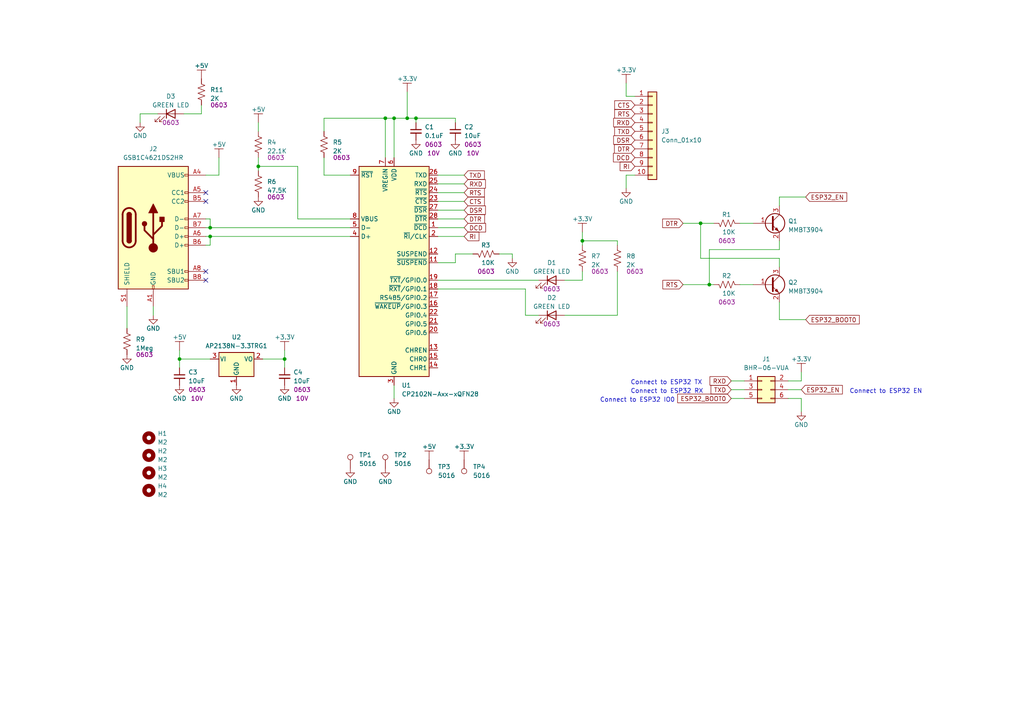
<source format=kicad_sch>
(kicad_sch (version 20230121) (generator eeschema)

  (uuid beabd2ec-9607-43da-b13a-96e22f60ef52)

  (paper "A4")

  (lib_symbols
    (symbol "Connector:TestPoint" (pin_numbers hide) (pin_names (offset 0.762) hide) (in_bom yes) (on_board yes)
      (property "Reference" "TP" (at 0 6.858 0)
        (effects (font (size 1.27 1.27)))
      )
      (property "Value" "TestPoint" (at 0 5.08 0)
        (effects (font (size 1.27 1.27)))
      )
      (property "Footprint" "" (at 5.08 0 0)
        (effects (font (size 1.27 1.27)) hide)
      )
      (property "Datasheet" "~" (at 5.08 0 0)
        (effects (font (size 1.27 1.27)) hide)
      )
      (property "ki_keywords" "test point tp" (at 0 0 0)
        (effects (font (size 1.27 1.27)) hide)
      )
      (property "ki_description" "test point" (at 0 0 0)
        (effects (font (size 1.27 1.27)) hide)
      )
      (property "ki_fp_filters" "Pin* Test*" (at 0 0 0)
        (effects (font (size 1.27 1.27)) hide)
      )
      (symbol "TestPoint_0_1"
        (circle (center 0 3.302) (radius 0.762)
          (stroke (width 0) (type default))
          (fill (type none))
        )
      )
      (symbol "TestPoint_1_1"
        (pin passive line (at 0 0 90) (length 2.54)
          (name "1" (effects (font (size 1.27 1.27))))
          (number "1" (effects (font (size 1.27 1.27))))
        )
      )
    )
    (symbol "Connector:USB_C_Receptacle_USB2.0" (pin_names (offset 1.016)) (in_bom yes) (on_board yes)
      (property "Reference" "J" (at -10.16 19.05 0)
        (effects (font (size 1.27 1.27)) (justify left))
      )
      (property "Value" "USB_C_Receptacle_USB2.0" (at 19.05 19.05 0)
        (effects (font (size 1.27 1.27)) (justify right))
      )
      (property "Footprint" "" (at 3.81 0 0)
        (effects (font (size 1.27 1.27)) hide)
      )
      (property "Datasheet" "https://www.usb.org/sites/default/files/documents/usb_type-c.zip" (at 3.81 0 0)
        (effects (font (size 1.27 1.27)) hide)
      )
      (property "ki_keywords" "usb universal serial bus type-C USB2.0" (at 0 0 0)
        (effects (font (size 1.27 1.27)) hide)
      )
      (property "ki_description" "USB 2.0-only Type-C Receptacle connector" (at 0 0 0)
        (effects (font (size 1.27 1.27)) hide)
      )
      (property "ki_fp_filters" "USB*C*Receptacle*" (at 0 0 0)
        (effects (font (size 1.27 1.27)) hide)
      )
      (symbol "USB_C_Receptacle_USB2.0_0_0"
        (rectangle (start -0.254 -17.78) (end 0.254 -16.764)
          (stroke (width 0) (type default))
          (fill (type none))
        )
        (rectangle (start 10.16 -14.986) (end 9.144 -15.494)
          (stroke (width 0) (type default))
          (fill (type none))
        )
        (rectangle (start 10.16 -12.446) (end 9.144 -12.954)
          (stroke (width 0) (type default))
          (fill (type none))
        )
        (rectangle (start 10.16 -4.826) (end 9.144 -5.334)
          (stroke (width 0) (type default))
          (fill (type none))
        )
        (rectangle (start 10.16 -2.286) (end 9.144 -2.794)
          (stroke (width 0) (type default))
          (fill (type none))
        )
        (rectangle (start 10.16 0.254) (end 9.144 -0.254)
          (stroke (width 0) (type default))
          (fill (type none))
        )
        (rectangle (start 10.16 2.794) (end 9.144 2.286)
          (stroke (width 0) (type default))
          (fill (type none))
        )
        (rectangle (start 10.16 7.874) (end 9.144 7.366)
          (stroke (width 0) (type default))
          (fill (type none))
        )
        (rectangle (start 10.16 10.414) (end 9.144 9.906)
          (stroke (width 0) (type default))
          (fill (type none))
        )
        (rectangle (start 10.16 15.494) (end 9.144 14.986)
          (stroke (width 0) (type default))
          (fill (type none))
        )
      )
      (symbol "USB_C_Receptacle_USB2.0_0_1"
        (rectangle (start -10.16 17.78) (end 10.16 -17.78)
          (stroke (width 0.254) (type default))
          (fill (type background))
        )
        (arc (start -8.89 -3.81) (mid -6.985 -5.7067) (end -5.08 -3.81)
          (stroke (width 0.508) (type default))
          (fill (type none))
        )
        (arc (start -7.62 -3.81) (mid -6.985 -4.4423) (end -6.35 -3.81)
          (stroke (width 0.254) (type default))
          (fill (type none))
        )
        (arc (start -7.62 -3.81) (mid -6.985 -4.4423) (end -6.35 -3.81)
          (stroke (width 0.254) (type default))
          (fill (type outline))
        )
        (rectangle (start -7.62 -3.81) (end -6.35 3.81)
          (stroke (width 0.254) (type default))
          (fill (type outline))
        )
        (arc (start -6.35 3.81) (mid -6.985 4.4423) (end -7.62 3.81)
          (stroke (width 0.254) (type default))
          (fill (type none))
        )
        (arc (start -6.35 3.81) (mid -6.985 4.4423) (end -7.62 3.81)
          (stroke (width 0.254) (type default))
          (fill (type outline))
        )
        (arc (start -5.08 3.81) (mid -6.985 5.7067) (end -8.89 3.81)
          (stroke (width 0.508) (type default))
          (fill (type none))
        )
        (circle (center -2.54 1.143) (radius 0.635)
          (stroke (width 0.254) (type default))
          (fill (type outline))
        )
        (circle (center 0 -5.842) (radius 1.27)
          (stroke (width 0) (type default))
          (fill (type outline))
        )
        (polyline
          (pts
            (xy -8.89 -3.81)
            (xy -8.89 3.81)
          )
          (stroke (width 0.508) (type default))
          (fill (type none))
        )
        (polyline
          (pts
            (xy -5.08 3.81)
            (xy -5.08 -3.81)
          )
          (stroke (width 0.508) (type default))
          (fill (type none))
        )
        (polyline
          (pts
            (xy 0 -5.842)
            (xy 0 4.318)
          )
          (stroke (width 0.508) (type default))
          (fill (type none))
        )
        (polyline
          (pts
            (xy 0 -3.302)
            (xy -2.54 -0.762)
            (xy -2.54 0.508)
          )
          (stroke (width 0.508) (type default))
          (fill (type none))
        )
        (polyline
          (pts
            (xy 0 -2.032)
            (xy 2.54 0.508)
            (xy 2.54 1.778)
          )
          (stroke (width 0.508) (type default))
          (fill (type none))
        )
        (polyline
          (pts
            (xy -1.27 4.318)
            (xy 0 6.858)
            (xy 1.27 4.318)
            (xy -1.27 4.318)
          )
          (stroke (width 0.254) (type default))
          (fill (type outline))
        )
        (rectangle (start 1.905 1.778) (end 3.175 3.048)
          (stroke (width 0.254) (type default))
          (fill (type outline))
        )
      )
      (symbol "USB_C_Receptacle_USB2.0_1_1"
        (pin passive line (at 0 -22.86 90) (length 5.08)
          (name "GND" (effects (font (size 1.27 1.27))))
          (number "A1" (effects (font (size 1.27 1.27))))
        )
        (pin passive line (at 0 -22.86 90) (length 5.08) hide
          (name "GND" (effects (font (size 1.27 1.27))))
          (number "A12" (effects (font (size 1.27 1.27))))
        )
        (pin passive line (at 15.24 15.24 180) (length 5.08)
          (name "VBUS" (effects (font (size 1.27 1.27))))
          (number "A4" (effects (font (size 1.27 1.27))))
        )
        (pin bidirectional line (at 15.24 10.16 180) (length 5.08)
          (name "CC1" (effects (font (size 1.27 1.27))))
          (number "A5" (effects (font (size 1.27 1.27))))
        )
        (pin bidirectional line (at 15.24 -2.54 180) (length 5.08)
          (name "D+" (effects (font (size 1.27 1.27))))
          (number "A6" (effects (font (size 1.27 1.27))))
        )
        (pin bidirectional line (at 15.24 2.54 180) (length 5.08)
          (name "D-" (effects (font (size 1.27 1.27))))
          (number "A7" (effects (font (size 1.27 1.27))))
        )
        (pin bidirectional line (at 15.24 -12.7 180) (length 5.08)
          (name "SBU1" (effects (font (size 1.27 1.27))))
          (number "A8" (effects (font (size 1.27 1.27))))
        )
        (pin passive line (at 15.24 15.24 180) (length 5.08) hide
          (name "VBUS" (effects (font (size 1.27 1.27))))
          (number "A9" (effects (font (size 1.27 1.27))))
        )
        (pin passive line (at 0 -22.86 90) (length 5.08) hide
          (name "GND" (effects (font (size 1.27 1.27))))
          (number "B1" (effects (font (size 1.27 1.27))))
        )
        (pin passive line (at 0 -22.86 90) (length 5.08) hide
          (name "GND" (effects (font (size 1.27 1.27))))
          (number "B12" (effects (font (size 1.27 1.27))))
        )
        (pin passive line (at 15.24 15.24 180) (length 5.08) hide
          (name "VBUS" (effects (font (size 1.27 1.27))))
          (number "B4" (effects (font (size 1.27 1.27))))
        )
        (pin bidirectional line (at 15.24 7.62 180) (length 5.08)
          (name "CC2" (effects (font (size 1.27 1.27))))
          (number "B5" (effects (font (size 1.27 1.27))))
        )
        (pin bidirectional line (at 15.24 -5.08 180) (length 5.08)
          (name "D+" (effects (font (size 1.27 1.27))))
          (number "B6" (effects (font (size 1.27 1.27))))
        )
        (pin bidirectional line (at 15.24 0 180) (length 5.08)
          (name "D-" (effects (font (size 1.27 1.27))))
          (number "B7" (effects (font (size 1.27 1.27))))
        )
        (pin bidirectional line (at 15.24 -15.24 180) (length 5.08)
          (name "SBU2" (effects (font (size 1.27 1.27))))
          (number "B8" (effects (font (size 1.27 1.27))))
        )
        (pin passive line (at 15.24 15.24 180) (length 5.08) hide
          (name "VBUS" (effects (font (size 1.27 1.27))))
          (number "B9" (effects (font (size 1.27 1.27))))
        )
        (pin passive line (at -7.62 -22.86 90) (length 5.08)
          (name "SHIELD" (effects (font (size 1.27 1.27))))
          (number "S1" (effects (font (size 1.27 1.27))))
        )
      )
    )
    (symbol "Connector_Generic:Conn_01x10" (pin_names (offset 1.016) hide) (in_bom yes) (on_board yes)
      (property "Reference" "J" (at 0 12.7 0)
        (effects (font (size 1.27 1.27)))
      )
      (property "Value" "Conn_01x10" (at 0 -15.24 0)
        (effects (font (size 1.27 1.27)))
      )
      (property "Footprint" "" (at 0 0 0)
        (effects (font (size 1.27 1.27)) hide)
      )
      (property "Datasheet" "~" (at 0 0 0)
        (effects (font (size 1.27 1.27)) hide)
      )
      (property "ki_keywords" "connector" (at 0 0 0)
        (effects (font (size 1.27 1.27)) hide)
      )
      (property "ki_description" "Generic connector, single row, 01x10, script generated (kicad-library-utils/schlib/autogen/connector/)" (at 0 0 0)
        (effects (font (size 1.27 1.27)) hide)
      )
      (property "ki_fp_filters" "Connector*:*_1x??_*" (at 0 0 0)
        (effects (font (size 1.27 1.27)) hide)
      )
      (symbol "Conn_01x10_1_1"
        (rectangle (start -1.27 -12.573) (end 0 -12.827)
          (stroke (width 0.1524) (type default))
          (fill (type none))
        )
        (rectangle (start -1.27 -10.033) (end 0 -10.287)
          (stroke (width 0.1524) (type default))
          (fill (type none))
        )
        (rectangle (start -1.27 -7.493) (end 0 -7.747)
          (stroke (width 0.1524) (type default))
          (fill (type none))
        )
        (rectangle (start -1.27 -4.953) (end 0 -5.207)
          (stroke (width 0.1524) (type default))
          (fill (type none))
        )
        (rectangle (start -1.27 -2.413) (end 0 -2.667)
          (stroke (width 0.1524) (type default))
          (fill (type none))
        )
        (rectangle (start -1.27 0.127) (end 0 -0.127)
          (stroke (width 0.1524) (type default))
          (fill (type none))
        )
        (rectangle (start -1.27 2.667) (end 0 2.413)
          (stroke (width 0.1524) (type default))
          (fill (type none))
        )
        (rectangle (start -1.27 5.207) (end 0 4.953)
          (stroke (width 0.1524) (type default))
          (fill (type none))
        )
        (rectangle (start -1.27 7.747) (end 0 7.493)
          (stroke (width 0.1524) (type default))
          (fill (type none))
        )
        (rectangle (start -1.27 10.287) (end 0 10.033)
          (stroke (width 0.1524) (type default))
          (fill (type none))
        )
        (rectangle (start -1.27 11.43) (end 1.27 -13.97)
          (stroke (width 0.254) (type default))
          (fill (type background))
        )
        (pin passive line (at -5.08 10.16 0) (length 3.81)
          (name "Pin_1" (effects (font (size 1.27 1.27))))
          (number "1" (effects (font (size 1.27 1.27))))
        )
        (pin passive line (at -5.08 -12.7 0) (length 3.81)
          (name "Pin_10" (effects (font (size 1.27 1.27))))
          (number "10" (effects (font (size 1.27 1.27))))
        )
        (pin passive line (at -5.08 7.62 0) (length 3.81)
          (name "Pin_2" (effects (font (size 1.27 1.27))))
          (number "2" (effects (font (size 1.27 1.27))))
        )
        (pin passive line (at -5.08 5.08 0) (length 3.81)
          (name "Pin_3" (effects (font (size 1.27 1.27))))
          (number "3" (effects (font (size 1.27 1.27))))
        )
        (pin passive line (at -5.08 2.54 0) (length 3.81)
          (name "Pin_4" (effects (font (size 1.27 1.27))))
          (number "4" (effects (font (size 1.27 1.27))))
        )
        (pin passive line (at -5.08 0 0) (length 3.81)
          (name "Pin_5" (effects (font (size 1.27 1.27))))
          (number "5" (effects (font (size 1.27 1.27))))
        )
        (pin passive line (at -5.08 -2.54 0) (length 3.81)
          (name "Pin_6" (effects (font (size 1.27 1.27))))
          (number "6" (effects (font (size 1.27 1.27))))
        )
        (pin passive line (at -5.08 -5.08 0) (length 3.81)
          (name "Pin_7" (effects (font (size 1.27 1.27))))
          (number "7" (effects (font (size 1.27 1.27))))
        )
        (pin passive line (at -5.08 -7.62 0) (length 3.81)
          (name "Pin_8" (effects (font (size 1.27 1.27))))
          (number "8" (effects (font (size 1.27 1.27))))
        )
        (pin passive line (at -5.08 -10.16 0) (length 3.81)
          (name "Pin_9" (effects (font (size 1.27 1.27))))
          (number "9" (effects (font (size 1.27 1.27))))
        )
      )
    )
    (symbol "Connector_Generic:Conn_02x03_Odd_Even" (pin_names (offset 1.016) hide) (in_bom yes) (on_board yes)
      (property "Reference" "J" (at 1.27 5.08 0)
        (effects (font (size 1.27 1.27)))
      )
      (property "Value" "Conn_02x03_Odd_Even" (at 1.27 -5.08 0)
        (effects (font (size 1.27 1.27)))
      )
      (property "Footprint" "" (at 0 0 0)
        (effects (font (size 1.27 1.27)) hide)
      )
      (property "Datasheet" "~" (at 0 0 0)
        (effects (font (size 1.27 1.27)) hide)
      )
      (property "ki_keywords" "connector" (at 0 0 0)
        (effects (font (size 1.27 1.27)) hide)
      )
      (property "ki_description" "Generic connector, double row, 02x03, odd/even pin numbering scheme (row 1 odd numbers, row 2 even numbers), script generated (kicad-library-utils/schlib/autogen/connector/)" (at 0 0 0)
        (effects (font (size 1.27 1.27)) hide)
      )
      (property "ki_fp_filters" "Connector*:*_2x??_*" (at 0 0 0)
        (effects (font (size 1.27 1.27)) hide)
      )
      (symbol "Conn_02x03_Odd_Even_1_1"
        (rectangle (start -1.27 -2.413) (end 0 -2.667)
          (stroke (width 0.1524) (type default))
          (fill (type none))
        )
        (rectangle (start -1.27 0.127) (end 0 -0.127)
          (stroke (width 0.1524) (type default))
          (fill (type none))
        )
        (rectangle (start -1.27 2.667) (end 0 2.413)
          (stroke (width 0.1524) (type default))
          (fill (type none))
        )
        (rectangle (start -1.27 3.81) (end 3.81 -3.81)
          (stroke (width 0.254) (type default))
          (fill (type background))
        )
        (rectangle (start 3.81 -2.413) (end 2.54 -2.667)
          (stroke (width 0.1524) (type default))
          (fill (type none))
        )
        (rectangle (start 3.81 0.127) (end 2.54 -0.127)
          (stroke (width 0.1524) (type default))
          (fill (type none))
        )
        (rectangle (start 3.81 2.667) (end 2.54 2.413)
          (stroke (width 0.1524) (type default))
          (fill (type none))
        )
        (pin passive line (at -5.08 2.54 0) (length 3.81)
          (name "Pin_1" (effects (font (size 1.27 1.27))))
          (number "1" (effects (font (size 1.27 1.27))))
        )
        (pin passive line (at 7.62 2.54 180) (length 3.81)
          (name "Pin_2" (effects (font (size 1.27 1.27))))
          (number "2" (effects (font (size 1.27 1.27))))
        )
        (pin passive line (at -5.08 0 0) (length 3.81)
          (name "Pin_3" (effects (font (size 1.27 1.27))))
          (number "3" (effects (font (size 1.27 1.27))))
        )
        (pin passive line (at 7.62 0 180) (length 3.81)
          (name "Pin_4" (effects (font (size 1.27 1.27))))
          (number "4" (effects (font (size 1.27 1.27))))
        )
        (pin passive line (at -5.08 -2.54 0) (length 3.81)
          (name "Pin_5" (effects (font (size 1.27 1.27))))
          (number "5" (effects (font (size 1.27 1.27))))
        )
        (pin passive line (at 7.62 -2.54 180) (length 3.81)
          (name "Pin_6" (effects (font (size 1.27 1.27))))
          (number "6" (effects (font (size 1.27 1.27))))
        )
      )
    )
    (symbol "Device:C_Small" (pin_numbers hide) (pin_names (offset 0.254) hide) (in_bom yes) (on_board yes)
      (property "Reference" "C" (at 0.254 1.778 0)
        (effects (font (size 1.27 1.27)) (justify left))
      )
      (property "Value" "C_Small" (at 0.254 -2.032 0)
        (effects (font (size 1.27 1.27)) (justify left))
      )
      (property "Footprint" "" (at 0 0 0)
        (effects (font (size 1.27 1.27)) hide)
      )
      (property "Datasheet" "~" (at 0 0 0)
        (effects (font (size 1.27 1.27)) hide)
      )
      (property "ki_keywords" "capacitor cap" (at 0 0 0)
        (effects (font (size 1.27 1.27)) hide)
      )
      (property "ki_description" "Unpolarized capacitor, small symbol" (at 0 0 0)
        (effects (font (size 1.27 1.27)) hide)
      )
      (property "ki_fp_filters" "C_*" (at 0 0 0)
        (effects (font (size 1.27 1.27)) hide)
      )
      (symbol "C_Small_0_1"
        (polyline
          (pts
            (xy -1.524 -0.508)
            (xy 1.524 -0.508)
          )
          (stroke (width 0.3302) (type default))
          (fill (type none))
        )
        (polyline
          (pts
            (xy -1.524 0.508)
            (xy 1.524 0.508)
          )
          (stroke (width 0.3048) (type default))
          (fill (type none))
        )
      )
      (symbol "C_Small_1_1"
        (pin passive line (at 0 2.54 270) (length 2.032)
          (name "~" (effects (font (size 1.27 1.27))))
          (number "1" (effects (font (size 1.27 1.27))))
        )
        (pin passive line (at 0 -2.54 90) (length 2.032)
          (name "~" (effects (font (size 1.27 1.27))))
          (number "2" (effects (font (size 1.27 1.27))))
        )
      )
    )
    (symbol "Device:LED" (pin_numbers hide) (pin_names (offset 1.016) hide) (in_bom yes) (on_board yes)
      (property "Reference" "D" (at 0 2.54 0)
        (effects (font (size 1.27 1.27)))
      )
      (property "Value" "LED" (at 0 -2.54 0)
        (effects (font (size 1.27 1.27)))
      )
      (property "Footprint" "" (at 0 0 0)
        (effects (font (size 1.27 1.27)) hide)
      )
      (property "Datasheet" "~" (at 0 0 0)
        (effects (font (size 1.27 1.27)) hide)
      )
      (property "ki_keywords" "LED diode" (at 0 0 0)
        (effects (font (size 1.27 1.27)) hide)
      )
      (property "ki_description" "Light emitting diode" (at 0 0 0)
        (effects (font (size 1.27 1.27)) hide)
      )
      (property "ki_fp_filters" "LED* LED_SMD:* LED_THT:*" (at 0 0 0)
        (effects (font (size 1.27 1.27)) hide)
      )
      (symbol "LED_0_1"
        (polyline
          (pts
            (xy -1.27 -1.27)
            (xy -1.27 1.27)
          )
          (stroke (width 0.254) (type default))
          (fill (type none))
        )
        (polyline
          (pts
            (xy -1.27 0)
            (xy 1.27 0)
          )
          (stroke (width 0) (type default))
          (fill (type none))
        )
        (polyline
          (pts
            (xy 1.27 -1.27)
            (xy 1.27 1.27)
            (xy -1.27 0)
            (xy 1.27 -1.27)
          )
          (stroke (width 0.254) (type default))
          (fill (type none))
        )
        (polyline
          (pts
            (xy -3.048 -0.762)
            (xy -4.572 -2.286)
            (xy -3.81 -2.286)
            (xy -4.572 -2.286)
            (xy -4.572 -1.524)
          )
          (stroke (width 0) (type default))
          (fill (type none))
        )
        (polyline
          (pts
            (xy -1.778 -0.762)
            (xy -3.302 -2.286)
            (xy -2.54 -2.286)
            (xy -3.302 -2.286)
            (xy -3.302 -1.524)
          )
          (stroke (width 0) (type default))
          (fill (type none))
        )
      )
      (symbol "LED_1_1"
        (pin passive line (at -3.81 0 0) (length 2.54)
          (name "K" (effects (font (size 1.27 1.27))))
          (number "1" (effects (font (size 1.27 1.27))))
        )
        (pin passive line (at 3.81 0 180) (length 2.54)
          (name "A" (effects (font (size 1.27 1.27))))
          (number "2" (effects (font (size 1.27 1.27))))
        )
      )
    )
    (symbol "Device:R_US" (pin_numbers hide) (pin_names (offset 0)) (in_bom yes) (on_board yes)
      (property "Reference" "R" (at 2.54 0 90)
        (effects (font (size 1.27 1.27)))
      )
      (property "Value" "R_US" (at -2.54 0 90)
        (effects (font (size 1.27 1.27)))
      )
      (property "Footprint" "" (at 1.016 -0.254 90)
        (effects (font (size 1.27 1.27)) hide)
      )
      (property "Datasheet" "~" (at 0 0 0)
        (effects (font (size 1.27 1.27)) hide)
      )
      (property "ki_keywords" "R res resistor" (at 0 0 0)
        (effects (font (size 1.27 1.27)) hide)
      )
      (property "ki_description" "Resistor, US symbol" (at 0 0 0)
        (effects (font (size 1.27 1.27)) hide)
      )
      (property "ki_fp_filters" "R_*" (at 0 0 0)
        (effects (font (size 1.27 1.27)) hide)
      )
      (symbol "R_US_0_1"
        (polyline
          (pts
            (xy 0 -2.286)
            (xy 0 -2.54)
          )
          (stroke (width 0) (type default))
          (fill (type none))
        )
        (polyline
          (pts
            (xy 0 2.286)
            (xy 0 2.54)
          )
          (stroke (width 0) (type default))
          (fill (type none))
        )
        (polyline
          (pts
            (xy 0 -0.762)
            (xy 1.016 -1.143)
            (xy 0 -1.524)
            (xy -1.016 -1.905)
            (xy 0 -2.286)
          )
          (stroke (width 0) (type default))
          (fill (type none))
        )
        (polyline
          (pts
            (xy 0 0.762)
            (xy 1.016 0.381)
            (xy 0 0)
            (xy -1.016 -0.381)
            (xy 0 -0.762)
          )
          (stroke (width 0) (type default))
          (fill (type none))
        )
        (polyline
          (pts
            (xy 0 2.286)
            (xy 1.016 1.905)
            (xy 0 1.524)
            (xy -1.016 1.143)
            (xy 0 0.762)
          )
          (stroke (width 0) (type default))
          (fill (type none))
        )
      )
      (symbol "R_US_1_1"
        (pin passive line (at 0 3.81 270) (length 1.27)
          (name "~" (effects (font (size 1.27 1.27))))
          (number "1" (effects (font (size 1.27 1.27))))
        )
        (pin passive line (at 0 -3.81 90) (length 1.27)
          (name "~" (effects (font (size 1.27 1.27))))
          (number "2" (effects (font (size 1.27 1.27))))
        )
      )
    )
    (symbol "Interface_USB:CP2102N-Axx-xQFN28" (in_bom yes) (on_board yes)
      (property "Reference" "U" (at -8.89 31.75 0)
        (effects (font (size 1.27 1.27)))
      )
      (property "Value" "CP2102N-Axx-xQFN28" (at 12.7 31.75 0)
        (effects (font (size 1.27 1.27)))
      )
      (property "Footprint" "Package_DFN_QFN:QFN-28-1EP_5x5mm_P0.5mm_EP3.35x3.35mm" (at 33.02 -31.75 0)
        (effects (font (size 1.27 1.27)) hide)
      )
      (property "Datasheet" "https://www.silabs.com/documents/public/data-sheets/cp2102n-datasheet.pdf" (at 1.27 -19.05 0)
        (effects (font (size 1.27 1.27)) hide)
      )
      (property "ki_keywords" "USB UART bridge" (at 0 0 0)
        (effects (font (size 1.27 1.27)) hide)
      )
      (property "ki_description" "USB to UART master bridge, QFN-28" (at 0 0 0)
        (effects (font (size 1.27 1.27)) hide)
      )
      (property "ki_fp_filters" "QFN*1EP*5x5mm*P0.5mm*" (at 0 0 0)
        (effects (font (size 1.27 1.27)) hide)
      )
      (symbol "CP2102N-Axx-xQFN28_0_1"
        (rectangle (start -10.16 30.48) (end 10.16 -30.48)
          (stroke (width 0.254) (type default))
          (fill (type background))
        )
      )
      (symbol "CP2102N-Axx-xQFN28_1_1"
        (pin input line (at 12.7 12.7 180) (length 2.54)
          (name "~{DCD}" (effects (font (size 1.27 1.27))))
          (number "1" (effects (font (size 1.27 1.27))))
        )
        (pin no_connect line (at -10.16 -27.94 0) (length 2.54) hide
          (name "NC" (effects (font (size 1.27 1.27))))
          (number "10" (effects (font (size 1.27 1.27))))
        )
        (pin output line (at 12.7 2.54 180) (length 2.54)
          (name "~{SUSPEND}" (effects (font (size 1.27 1.27))))
          (number "11" (effects (font (size 1.27 1.27))))
        )
        (pin output line (at 12.7 5.08 180) (length 2.54)
          (name "SUSPEND" (effects (font (size 1.27 1.27))))
          (number "12" (effects (font (size 1.27 1.27))))
        )
        (pin output line (at 12.7 -22.86 180) (length 2.54)
          (name "CHREN" (effects (font (size 1.27 1.27))))
          (number "13" (effects (font (size 1.27 1.27))))
        )
        (pin output line (at 12.7 -27.94 180) (length 2.54)
          (name "CHR1" (effects (font (size 1.27 1.27))))
          (number "14" (effects (font (size 1.27 1.27))))
        )
        (pin output line (at 12.7 -25.4 180) (length 2.54)
          (name "CHR0" (effects (font (size 1.27 1.27))))
          (number "15" (effects (font (size 1.27 1.27))))
        )
        (pin bidirectional line (at 12.7 -10.16 180) (length 2.54)
          (name "~{WAKEUP}/GPIO.3" (effects (font (size 1.27 1.27))))
          (number "16" (effects (font (size 1.27 1.27))))
        )
        (pin bidirectional line (at 12.7 -7.62 180) (length 2.54)
          (name "RS485/GPIO.2" (effects (font (size 1.27 1.27))))
          (number "17" (effects (font (size 1.27 1.27))))
        )
        (pin bidirectional line (at 12.7 -5.08 180) (length 2.54)
          (name "~{RXT}/GPIO.1" (effects (font (size 1.27 1.27))))
          (number "18" (effects (font (size 1.27 1.27))))
        )
        (pin bidirectional line (at 12.7 -2.54 180) (length 2.54)
          (name "~{TXT}/GPIO.0" (effects (font (size 1.27 1.27))))
          (number "19" (effects (font (size 1.27 1.27))))
        )
        (pin bidirectional line (at 12.7 10.16 180) (length 2.54)
          (name "~{RI}/CLK" (effects (font (size 1.27 1.27))))
          (number "2" (effects (font (size 1.27 1.27))))
        )
        (pin bidirectional line (at 12.7 -17.78 180) (length 2.54)
          (name "GPIO.6" (effects (font (size 1.27 1.27))))
          (number "20" (effects (font (size 1.27 1.27))))
        )
        (pin bidirectional line (at 12.7 -15.24 180) (length 2.54)
          (name "GPIO.5" (effects (font (size 1.27 1.27))))
          (number "21" (effects (font (size 1.27 1.27))))
        )
        (pin bidirectional line (at 12.7 -12.7 180) (length 2.54)
          (name "GPIO.4" (effects (font (size 1.27 1.27))))
          (number "22" (effects (font (size 1.27 1.27))))
        )
        (pin input line (at 12.7 20.32 180) (length 2.54)
          (name "~{CTS}" (effects (font (size 1.27 1.27))))
          (number "23" (effects (font (size 1.27 1.27))))
        )
        (pin output line (at 12.7 22.86 180) (length 2.54)
          (name "~{RTS}" (effects (font (size 1.27 1.27))))
          (number "24" (effects (font (size 1.27 1.27))))
        )
        (pin input line (at 12.7 25.4 180) (length 2.54)
          (name "RXD" (effects (font (size 1.27 1.27))))
          (number "25" (effects (font (size 1.27 1.27))))
        )
        (pin output line (at 12.7 27.94 180) (length 2.54)
          (name "TXD" (effects (font (size 1.27 1.27))))
          (number "26" (effects (font (size 1.27 1.27))))
        )
        (pin input line (at 12.7 17.78 180) (length 2.54)
          (name "~{DSR}" (effects (font (size 1.27 1.27))))
          (number "27" (effects (font (size 1.27 1.27))))
        )
        (pin output line (at 12.7 15.24 180) (length 2.54)
          (name "~{DTR}" (effects (font (size 1.27 1.27))))
          (number "28" (effects (font (size 1.27 1.27))))
        )
        (pin passive line (at 0 -33.02 90) (length 2.54) hide
          (name "GND" (effects (font (size 1.27 1.27))))
          (number "29" (effects (font (size 1.27 1.27))))
        )
        (pin power_in line (at 0 -33.02 90) (length 2.54)
          (name "GND" (effects (font (size 1.27 1.27))))
          (number "3" (effects (font (size 1.27 1.27))))
        )
        (pin bidirectional line (at -12.7 10.16 0) (length 2.54)
          (name "D+" (effects (font (size 1.27 1.27))))
          (number "4" (effects (font (size 1.27 1.27))))
        )
        (pin bidirectional line (at -12.7 12.7 0) (length 2.54)
          (name "D-" (effects (font (size 1.27 1.27))))
          (number "5" (effects (font (size 1.27 1.27))))
        )
        (pin power_in line (at 0 33.02 270) (length 2.54)
          (name "VDD" (effects (font (size 1.27 1.27))))
          (number "6" (effects (font (size 1.27 1.27))))
        )
        (pin power_in line (at -2.54 33.02 270) (length 2.54)
          (name "VREGIN" (effects (font (size 1.27 1.27))))
          (number "7" (effects (font (size 1.27 1.27))))
        )
        (pin input line (at -12.7 15.24 0) (length 2.54)
          (name "VBUS" (effects (font (size 1.27 1.27))))
          (number "8" (effects (font (size 1.27 1.27))))
        )
        (pin input line (at -12.7 27.94 0) (length 2.54)
          (name "~{RST}" (effects (font (size 1.27 1.27))))
          (number "9" (effects (font (size 1.27 1.27))))
        )
      )
    )
    (symbol "Jannett_Symbol_Library:+3.3V" (power) (pin_names (offset 0)) (in_bom yes) (on_board yes)
      (property "Reference" "#PWR" (at 0 -3.81 0)
        (effects (font (size 1.27 1.27)) hide)
      )
      (property "Value" "+3.3V" (at 0 3.81 0)
        (effects (font (size 1.27 1.27)))
      )
      (property "Footprint" "" (at 0 0 0)
        (effects (font (size 1.27 1.27)) hide)
      )
      (property "Datasheet" "" (at 0 0 0)
        (effects (font (size 1.27 1.27)) hide)
      )
      (property "ki_keywords" "power-flag" (at 0 0 0)
        (effects (font (size 1.27 1.27)) hide)
      )
      (property "ki_description" "Power symbol creates a global label with name \"+3.3V\"" (at 0 0 0)
        (effects (font (size 1.27 1.27)) hide)
      )
      (symbol "+3.3V_0_1"
        (polyline
          (pts
            (xy -1.27 2.54)
            (xy 1.27 2.54)
          )
          (stroke (width 0) (type default))
          (fill (type none))
        )
        (polyline
          (pts
            (xy 0 0)
            (xy 0 2.54)
          )
          (stroke (width 0) (type default))
          (fill (type none))
        )
      )
      (symbol "+3.3V_1_1"
        (pin power_in line (at 0 0 90) (length 0) hide
          (name "+3.3V" (effects (font (size 1.27 1.27))))
          (number "1" (effects (font (size 1.27 1.27))))
        )
      )
    )
    (symbol "Jannett_Symbol_Library:+5V" (power) (pin_names (offset 0)) (in_bom yes) (on_board yes)
      (property "Reference" "#PWR" (at 0 -3.81 0)
        (effects (font (size 1.27 1.27)) hide)
      )
      (property "Value" "+5V" (at 0 3.81 0)
        (effects (font (size 1.27 1.27)))
      )
      (property "Footprint" "" (at 0 0 0)
        (effects (font (size 1.27 1.27)) hide)
      )
      (property "Datasheet" "" (at 0 0 0)
        (effects (font (size 1.27 1.27)) hide)
      )
      (property "ki_keywords" "power-flag" (at 0 0 0)
        (effects (font (size 1.27 1.27)) hide)
      )
      (property "ki_description" "Power symbol creates a global label with name \"+5V\"" (at 0 0 0)
        (effects (font (size 1.27 1.27)) hide)
      )
      (symbol "+5V_0_1"
        (polyline
          (pts
            (xy -1.27 2.54)
            (xy 1.27 2.54)
          )
          (stroke (width 0) (type default))
          (fill (type none))
        )
        (polyline
          (pts
            (xy 0 0)
            (xy 0 2.54)
          )
          (stroke (width 0) (type default))
          (fill (type none))
        )
      )
      (symbol "+5V_1_1"
        (pin power_in line (at 0 0 90) (length 0) hide
          (name "+5V" (effects (font (size 1.27 1.27))))
          (number "1" (effects (font (size 1.27 1.27))))
        )
      )
    )
    (symbol "Mechanical:MountingHole" (pin_names (offset 1.016)) (in_bom yes) (on_board yes)
      (property "Reference" "H" (at 0 5.08 0)
        (effects (font (size 1.27 1.27)))
      )
      (property "Value" "MountingHole" (at 0 3.175 0)
        (effects (font (size 1.27 1.27)))
      )
      (property "Footprint" "" (at 0 0 0)
        (effects (font (size 1.27 1.27)) hide)
      )
      (property "Datasheet" "~" (at 0 0 0)
        (effects (font (size 1.27 1.27)) hide)
      )
      (property "ki_keywords" "mounting hole" (at 0 0 0)
        (effects (font (size 1.27 1.27)) hide)
      )
      (property "ki_description" "Mounting Hole without connection" (at 0 0 0)
        (effects (font (size 1.27 1.27)) hide)
      )
      (property "ki_fp_filters" "MountingHole*" (at 0 0 0)
        (effects (font (size 1.27 1.27)) hide)
      )
      (symbol "MountingHole_0_1"
        (circle (center 0 0) (radius 1.27)
          (stroke (width 1.27) (type default))
          (fill (type none))
        )
      )
    )
    (symbol "Regulator_Linear:AP2127N3-1.5" (pin_names (offset 0.254)) (in_bom yes) (on_board yes)
      (property "Reference" "U" (at -3.81 3.175 0)
        (effects (font (size 1.27 1.27)))
      )
      (property "Value" "AP2127N3-1.5" (at 0 3.175 0)
        (effects (font (size 1.27 1.27)) (justify left))
      )
      (property "Footprint" "Package_TO_SOT_SMD:TSOT-23" (at 0 5.715 0)
        (effects (font (size 1.27 1.27) italic) hide)
      )
      (property "Datasheet" "https://www.diodes.com/assets/Datasheets/AP2127.pdf" (at 0 0 0)
        (effects (font (size 1.27 1.27)) hide)
      )
      (property "ki_keywords" "linear regulator ldo fixed positive" (at 0 0 0)
        (effects (font (size 1.27 1.27)) hide)
      )
      (property "ki_description" "300mA low dropout linear regulator, shutdown pin, 2.5V-6V input voltage, 1.5V fixed positive output, SOT-23-3 package" (at 0 0 0)
        (effects (font (size 1.27 1.27)) hide)
      )
      (property "ki_fp_filters" "TSOT?23*" (at 0 0 0)
        (effects (font (size 1.27 1.27)) hide)
      )
      (symbol "AP2127N3-1.5_0_1"
        (rectangle (start -5.08 1.905) (end 5.08 -5.08)
          (stroke (width 0.254) (type default))
          (fill (type background))
        )
      )
      (symbol "AP2127N3-1.5_1_1"
        (pin power_in line (at 0 -7.62 90) (length 2.54)
          (name "GND" (effects (font (size 1.27 1.27))))
          (number "1" (effects (font (size 1.27 1.27))))
        )
        (pin power_out line (at 7.62 0 180) (length 2.54)
          (name "VO" (effects (font (size 1.27 1.27))))
          (number "2" (effects (font (size 1.27 1.27))))
        )
        (pin power_in line (at -7.62 0 0) (length 2.54)
          (name "VI" (effects (font (size 1.27 1.27))))
          (number "3" (effects (font (size 1.27 1.27))))
        )
      )
    )
    (symbol "Transistor_BJT:MMBT3904" (pin_names (offset 0) hide) (in_bom yes) (on_board yes)
      (property "Reference" "Q" (at 5.08 1.905 0)
        (effects (font (size 1.27 1.27)) (justify left))
      )
      (property "Value" "MMBT3904" (at 5.08 0 0)
        (effects (font (size 1.27 1.27)) (justify left))
      )
      (property "Footprint" "Package_TO_SOT_SMD:SOT-23" (at 5.08 -1.905 0)
        (effects (font (size 1.27 1.27) italic) (justify left) hide)
      )
      (property "Datasheet" "https://www.onsemi.com/pub/Collateral/2N3903-D.PDF" (at 0 0 0)
        (effects (font (size 1.27 1.27)) (justify left) hide)
      )
      (property "ki_keywords" "NPN Transistor" (at 0 0 0)
        (effects (font (size 1.27 1.27)) hide)
      )
      (property "ki_description" "0.2A Ic, 40V Vce, Small Signal NPN Transistor, SOT-23" (at 0 0 0)
        (effects (font (size 1.27 1.27)) hide)
      )
      (property "ki_fp_filters" "SOT?23*" (at 0 0 0)
        (effects (font (size 1.27 1.27)) hide)
      )
      (symbol "MMBT3904_0_1"
        (polyline
          (pts
            (xy 0.635 0.635)
            (xy 2.54 2.54)
          )
          (stroke (width 0) (type default))
          (fill (type none))
        )
        (polyline
          (pts
            (xy 0.635 -0.635)
            (xy 2.54 -2.54)
            (xy 2.54 -2.54)
          )
          (stroke (width 0) (type default))
          (fill (type none))
        )
        (polyline
          (pts
            (xy 0.635 1.905)
            (xy 0.635 -1.905)
            (xy 0.635 -1.905)
          )
          (stroke (width 0.508) (type default))
          (fill (type none))
        )
        (polyline
          (pts
            (xy 1.27 -1.778)
            (xy 1.778 -1.27)
            (xy 2.286 -2.286)
            (xy 1.27 -1.778)
            (xy 1.27 -1.778)
          )
          (stroke (width 0) (type default))
          (fill (type outline))
        )
        (circle (center 1.27 0) (radius 2.8194)
          (stroke (width 0.254) (type default))
          (fill (type none))
        )
      )
      (symbol "MMBT3904_1_1"
        (pin input line (at -5.08 0 0) (length 5.715)
          (name "B" (effects (font (size 1.27 1.27))))
          (number "1" (effects (font (size 1.27 1.27))))
        )
        (pin passive line (at 2.54 -5.08 90) (length 2.54)
          (name "E" (effects (font (size 1.27 1.27))))
          (number "2" (effects (font (size 1.27 1.27))))
        )
        (pin passive line (at 2.54 5.08 270) (length 2.54)
          (name "C" (effects (font (size 1.27 1.27))))
          (number "3" (effects (font (size 1.27 1.27))))
        )
      )
    )
    (symbol "power:GND" (power) (pin_names (offset 0)) (in_bom yes) (on_board yes)
      (property "Reference" "#PWR" (at 0 -6.35 0)
        (effects (font (size 1.27 1.27)) hide)
      )
      (property "Value" "GND" (at 0 -3.81 0)
        (effects (font (size 1.27 1.27)))
      )
      (property "Footprint" "" (at 0 0 0)
        (effects (font (size 1.27 1.27)) hide)
      )
      (property "Datasheet" "" (at 0 0 0)
        (effects (font (size 1.27 1.27)) hide)
      )
      (property "ki_keywords" "global power" (at 0 0 0)
        (effects (font (size 1.27 1.27)) hide)
      )
      (property "ki_description" "Power symbol creates a global label with name \"GND\" , ground" (at 0 0 0)
        (effects (font (size 1.27 1.27)) hide)
      )
      (symbol "GND_0_1"
        (polyline
          (pts
            (xy 0 0)
            (xy 0 -1.27)
            (xy 1.27 -1.27)
            (xy 0 -2.54)
            (xy -1.27 -1.27)
            (xy 0 -1.27)
          )
          (stroke (width 0) (type default))
          (fill (type none))
        )
      )
      (symbol "GND_1_1"
        (pin power_in line (at 0 0 270) (length 0) hide
          (name "GND" (effects (font (size 1.27 1.27))))
          (number "1" (effects (font (size 1.27 1.27))))
        )
      )
    )
  )

  (junction (at 205.74 82.55) (diameter 0) (color 0 0 0 0)
    (uuid 1281801d-9ec8-42df-82b9-363a6c4f2d07)
  )
  (junction (at 60.96 66.04) (diameter 0) (color 0 0 0 0)
    (uuid 140b2227-d753-4ba8-a6a8-30b31993b199)
  )
  (junction (at 52.07 104.14) (diameter 0) (color 0 0 0 0)
    (uuid 289d8645-fa12-4e08-b302-106005547cc4)
  )
  (junction (at 118.11 34.29) (diameter 0) (color 0 0 0 0)
    (uuid 2b7a5ca6-816a-480b-893f-47e19cf478c7)
  )
  (junction (at 74.93 48.26) (diameter 0) (color 0 0 0 0)
    (uuid 3ff58be1-4c73-43f0-9d71-93b0abec9a97)
  )
  (junction (at 111.76 34.29) (diameter 0) (color 0 0 0 0)
    (uuid 528d13f7-b257-4ff4-89a8-fb95941e1ee2)
  )
  (junction (at 168.91 69.85) (diameter 0) (color 0 0 0 0)
    (uuid 5c49524b-a9e5-4310-8040-a516641fbf4a)
  )
  (junction (at 60.96 68.58) (diameter 0) (color 0 0 0 0)
    (uuid 66dc984b-9005-403a-bc0a-a72fa7c71aaf)
  )
  (junction (at 203.2 64.77) (diameter 0) (color 0 0 0 0)
    (uuid 7e514c19-6a3a-4097-a77d-a08ed0b5fb2b)
  )
  (junction (at 114.3 34.29) (diameter 0) (color 0 0 0 0)
    (uuid 91444058-9763-4c9d-8fea-6de2951b521c)
  )
  (junction (at 120.65 34.29) (diameter 0) (color 0 0 0 0)
    (uuid af96fcdb-6591-479e-b4b3-1d1b585730a9)
  )
  (junction (at 82.55 104.14) (diameter 0) (color 0 0 0 0)
    (uuid db3a7858-74f7-4cbc-91f1-a7c79f008f2e)
  )

  (no_connect (at 59.69 78.74) (uuid 204b5918-1849-4084-ba6e-7b705b735497))
  (no_connect (at 59.69 81.28) (uuid 7ecd69da-169a-4263-ab60-e406f880f0bc))
  (no_connect (at 59.69 55.88) (uuid ecede5c1-3d31-4eae-b27e-ab1e624188ff))
  (no_connect (at 59.69 58.42) (uuid f277c17f-63ee-423e-808b-39b26787ba4b))

  (wire (pts (xy 58.42 33.02) (xy 58.42 30.48))
    (stroke (width 0) (type default))
    (uuid 0142b518-787a-478e-9c68-164b481c4e24)
  )
  (wire (pts (xy 127 55.88) (xy 134.62 55.88))
    (stroke (width 0) (type default))
    (uuid 06dc7fdf-fd36-473c-a1ab-aeac8aa119ee)
  )
  (wire (pts (xy 179.07 78.74) (xy 179.07 91.44))
    (stroke (width 0) (type default))
    (uuid 097ad587-56e9-43b0-bd59-ced3a04d77c3)
  )
  (wire (pts (xy 228.6 110.49) (xy 232.41 110.49))
    (stroke (width 0) (type default))
    (uuid 0bc6cbd2-6e86-4bb7-b741-5e8233214150)
  )
  (wire (pts (xy 148.59 74.93) (xy 148.59 73.66))
    (stroke (width 0) (type default))
    (uuid 0c30de99-0295-4ba1-bfcc-91d6c3d87180)
  )
  (wire (pts (xy 203.2 64.77) (xy 198.12 64.77))
    (stroke (width 0) (type default))
    (uuid 0c991713-6276-43e9-b301-55d905141705)
  )
  (wire (pts (xy 82.55 104.14) (xy 82.55 106.68))
    (stroke (width 0) (type default))
    (uuid 0d563bfa-afad-495b-94cd-c696f277b459)
  )
  (wire (pts (xy 132.08 34.29) (xy 132.08 35.56))
    (stroke (width 0) (type default))
    (uuid 0f05af74-f49a-405c-afd7-63b97079cb0b)
  )
  (wire (pts (xy 59.69 66.04) (xy 60.96 66.04))
    (stroke (width 0) (type default))
    (uuid 151d4ced-c47e-4f5f-9676-42367c62223c)
  )
  (wire (pts (xy 60.96 63.5) (xy 59.69 63.5))
    (stroke (width 0) (type default))
    (uuid 15265155-f8cc-4ad2-9af7-c650007c8ccf)
  )
  (wire (pts (xy 148.59 73.66) (xy 144.78 73.66))
    (stroke (width 0) (type default))
    (uuid 188016ea-00e2-47dd-b305-7ed84d5909dd)
  )
  (wire (pts (xy 132.08 73.66) (xy 137.16 73.66))
    (stroke (width 0) (type default))
    (uuid 18e62e0c-b9dc-4d5b-80e4-df809a1f9546)
  )
  (wire (pts (xy 233.68 92.71) (xy 226.06 92.71))
    (stroke (width 0) (type default))
    (uuid 1fda9411-b0d1-4f17-a69c-29d9a2ac63ce)
  )
  (wire (pts (xy 114.3 34.29) (xy 114.3 45.72))
    (stroke (width 0) (type default))
    (uuid 21fea5d9-f95a-4b2f-95bc-ee50521ebad7)
  )
  (wire (pts (xy 212.09 110.49) (xy 215.9 110.49))
    (stroke (width 0) (type default))
    (uuid 2389cec4-bba3-4719-b66b-336eb2a9e3f1)
  )
  (wire (pts (xy 114.3 115.57) (xy 114.3 111.76))
    (stroke (width 0) (type default))
    (uuid 27759d54-884c-4cc9-a3e1-84cd451c1a9b)
  )
  (wire (pts (xy 218.44 64.77) (xy 214.63 64.77))
    (stroke (width 0) (type default))
    (uuid 2970c5f4-772b-432c-8886-ba7d61780682)
  )
  (wire (pts (xy 111.76 34.29) (xy 114.3 34.29))
    (stroke (width 0) (type default))
    (uuid 2b2b08db-032b-438a-976f-f15bf4884a73)
  )
  (wire (pts (xy 132.08 73.66) (xy 132.08 76.2))
    (stroke (width 0) (type default))
    (uuid 2b5d44e7-2b66-4fc4-849c-c1168d0791b0)
  )
  (wire (pts (xy 134.62 53.34) (xy 127 53.34))
    (stroke (width 0) (type default))
    (uuid 2b64a7ea-e8a5-49a9-b348-7f08f7085eb3)
  )
  (wire (pts (xy 168.91 69.85) (xy 168.91 71.12))
    (stroke (width 0) (type default))
    (uuid 2faabc0b-0135-499d-aa2b-f3f889fb2058)
  )
  (wire (pts (xy 53.34 33.02) (xy 58.42 33.02))
    (stroke (width 0) (type default))
    (uuid 33d8f165-f10d-45dd-b450-7336e5ecdc81)
  )
  (wire (pts (xy 232.41 113.03) (xy 228.6 113.03))
    (stroke (width 0) (type default))
    (uuid 344c72f7-dcee-4892-8c45-cf99b76d20e1)
  )
  (wire (pts (xy 60.96 68.58) (xy 101.6 68.58))
    (stroke (width 0) (type default))
    (uuid 3f1c480a-ff8b-494a-aa8d-c6e5998ab90a)
  )
  (wire (pts (xy 74.93 35.56) (xy 74.93 38.1))
    (stroke (width 0) (type default))
    (uuid 3f37a0cf-189e-42ef-aabf-ab00170a1e0b)
  )
  (wire (pts (xy 45.72 33.02) (xy 40.64 33.02))
    (stroke (width 0) (type default))
    (uuid 40e3f3d7-3b47-44f0-93d9-32214b3d1b8e)
  )
  (wire (pts (xy 86.36 48.26) (xy 86.36 63.5))
    (stroke (width 0) (type default))
    (uuid 4b323991-56fe-4302-ba26-55a2991e8eb0)
  )
  (wire (pts (xy 59.69 68.58) (xy 60.96 68.58))
    (stroke (width 0) (type default))
    (uuid 4bbc8686-3a1d-4423-b5dc-ed63b037a2b5)
  )
  (wire (pts (xy 60.96 71.12) (xy 60.96 68.58))
    (stroke (width 0) (type default))
    (uuid 4e0eeb0a-7dd4-4eb7-9b9a-4a9cdca220c7)
  )
  (wire (pts (xy 127 60.96) (xy 134.62 60.96))
    (stroke (width 0) (type default))
    (uuid 4fa874a6-8b30-441e-b637-1076cca54e97)
  )
  (wire (pts (xy 111.76 34.29) (xy 111.76 45.72))
    (stroke (width 0) (type default))
    (uuid 51d0a83c-d81e-4776-ba51-df520228640e)
  )
  (wire (pts (xy 40.64 33.02) (xy 40.64 35.56))
    (stroke (width 0) (type default))
    (uuid 553bbeb0-f7d9-4b0d-9094-77637376f999)
  )
  (wire (pts (xy 168.91 67.31) (xy 168.91 69.85))
    (stroke (width 0) (type default))
    (uuid 563f40c4-ec1c-4fa0-b6e7-2d5ec4605477)
  )
  (wire (pts (xy 152.4 83.82) (xy 127 83.82))
    (stroke (width 0) (type default))
    (uuid 663923a2-587a-4a20-a1ec-60f487a89b52)
  )
  (wire (pts (xy 168.91 78.74) (xy 168.91 81.28))
    (stroke (width 0) (type default))
    (uuid 66748cdb-e5af-46b2-b299-f3ae769d68e9)
  )
  (wire (pts (xy 226.06 72.39) (xy 205.74 72.39))
    (stroke (width 0) (type default))
    (uuid 6783b78d-5bf5-4378-8a9f-1451a8b97ed7)
  )
  (wire (pts (xy 101.6 50.8) (xy 93.98 50.8))
    (stroke (width 0) (type default))
    (uuid 679253b7-b50c-4d89-9e1b-454fea0d9705)
  )
  (wire (pts (xy 74.93 45.72) (xy 74.93 48.26))
    (stroke (width 0) (type default))
    (uuid 6c067f56-6773-4d78-b173-63e9db3f8aac)
  )
  (wire (pts (xy 232.41 119.38) (xy 232.41 115.57))
    (stroke (width 0) (type default))
    (uuid 711abb81-d673-4127-9643-a3c42905d659)
  )
  (wire (pts (xy 118.11 34.29) (xy 120.65 34.29))
    (stroke (width 0) (type default))
    (uuid 72eda717-e51b-4b43-9d83-d4066212a8e2)
  )
  (wire (pts (xy 212.09 115.57) (xy 215.9 115.57))
    (stroke (width 0) (type default))
    (uuid 82b940e5-3cdd-4382-a2aa-ecc17d34d363)
  )
  (wire (pts (xy 168.91 69.85) (xy 179.07 69.85))
    (stroke (width 0) (type default))
    (uuid 8550f9c9-5db9-4b51-9e29-7c53d23e985d)
  )
  (wire (pts (xy 86.36 63.5) (xy 101.6 63.5))
    (stroke (width 0) (type default))
    (uuid 85683758-d241-4207-86df-84b0753e1233)
  )
  (wire (pts (xy 232.41 115.57) (xy 228.6 115.57))
    (stroke (width 0) (type default))
    (uuid 87ceb068-2f8f-4544-91a8-c3cb1c702baa)
  )
  (wire (pts (xy 93.98 50.8) (xy 93.98 45.72))
    (stroke (width 0) (type default))
    (uuid 8e781d8f-edb8-40ad-8ef4-0232f16b87ff)
  )
  (wire (pts (xy 93.98 34.29) (xy 93.98 38.1))
    (stroke (width 0) (type default))
    (uuid 909cb4d6-36a6-45bb-8ed9-68040ef69d94)
  )
  (wire (pts (xy 232.41 110.49) (xy 232.41 107.95))
    (stroke (width 0) (type default))
    (uuid 923fe08c-841e-4f61-8e5e-12ae2d31aa78)
  )
  (wire (pts (xy 179.07 91.44) (xy 163.83 91.44))
    (stroke (width 0) (type default))
    (uuid 950c3865-378c-42eb-a592-06871392200d)
  )
  (wire (pts (xy 179.07 69.85) (xy 179.07 71.12))
    (stroke (width 0) (type default))
    (uuid 955d13c9-d453-4ae5-9989-66a1baf0d28c)
  )
  (wire (pts (xy 127 66.04) (xy 134.62 66.04))
    (stroke (width 0) (type default))
    (uuid 98a86753-1dfd-4d63-999d-4a5a228c439f)
  )
  (wire (pts (xy 132.08 76.2) (xy 127 76.2))
    (stroke (width 0) (type default))
    (uuid 9950c47e-a021-4fff-b7ff-31e146d05b35)
  )
  (wire (pts (xy 93.98 34.29) (xy 111.76 34.29))
    (stroke (width 0) (type default))
    (uuid 999a8772-bb90-4319-b7c7-dc561268831b)
  )
  (wire (pts (xy 82.55 104.14) (xy 82.55 101.6))
    (stroke (width 0) (type default))
    (uuid 9cd83f80-1c7c-4309-be26-ab015ef758da)
  )
  (wire (pts (xy 205.74 82.55) (xy 198.12 82.55))
    (stroke (width 0) (type default))
    (uuid 9cdd10d9-b1ab-49eb-9eec-2c02cc4d2404)
  )
  (wire (pts (xy 226.06 77.47) (xy 226.06 74.93))
    (stroke (width 0) (type default))
    (uuid 9d647d7f-8818-4072-a6f8-dee3a7bcc63c)
  )
  (wire (pts (xy 226.06 74.93) (xy 203.2 74.93))
    (stroke (width 0) (type default))
    (uuid a682c4f7-5ff2-4d78-b7d2-3fa457df6472)
  )
  (wire (pts (xy 181.61 50.8) (xy 181.61 54.61))
    (stroke (width 0) (type default))
    (uuid a6acc34a-9c4a-49d4-9828-abae50277c15)
  )
  (wire (pts (xy 63.5 45.72) (xy 63.5 50.8))
    (stroke (width 0) (type default))
    (uuid a6b1c8d7-22c5-44d9-a5af-349b191f95f1)
  )
  (wire (pts (xy 52.07 104.14) (xy 52.07 106.68))
    (stroke (width 0) (type default))
    (uuid a77a7dc3-b256-4652-a690-c80e3c9b3e33)
  )
  (wire (pts (xy 134.62 50.8) (xy 127 50.8))
    (stroke (width 0) (type default))
    (uuid a8fc8ef0-7f61-4f9c-a014-c5dcc95ac673)
  )
  (wire (pts (xy 52.07 104.14) (xy 52.07 101.6))
    (stroke (width 0) (type default))
    (uuid ac61fb31-33f9-4034-9e0e-a1f4f0dcadbe)
  )
  (wire (pts (xy 60.96 104.14) (xy 52.07 104.14))
    (stroke (width 0) (type default))
    (uuid b30a0597-5c3b-4be5-b6e3-18c46aea2aa0)
  )
  (wire (pts (xy 127 63.5) (xy 134.62 63.5))
    (stroke (width 0) (type default))
    (uuid b4ded491-2219-45b8-95c6-a0cb44b91d82)
  )
  (wire (pts (xy 218.44 82.55) (xy 214.63 82.55))
    (stroke (width 0) (type default))
    (uuid bafb8968-a6a9-4f11-b132-6cdd75f3855e)
  )
  (wire (pts (xy 60.96 66.04) (xy 60.96 63.5))
    (stroke (width 0) (type default))
    (uuid bc989213-f0ee-4645-a745-de9b5e79ce5d)
  )
  (wire (pts (xy 76.2 104.14) (xy 82.55 104.14))
    (stroke (width 0) (type default))
    (uuid be7a2ae3-d0d3-4e20-8d4f-c60c8b3cdfc9)
  )
  (wire (pts (xy 226.06 69.85) (xy 226.06 72.39))
    (stroke (width 0) (type default))
    (uuid c2224fd2-89fb-47c3-aea9-9f11b0e18764)
  )
  (wire (pts (xy 181.61 24.13) (xy 181.61 27.94))
    (stroke (width 0) (type default))
    (uuid c4c7165e-5b78-4f76-994d-10196de8625d)
  )
  (wire (pts (xy 36.83 88.9) (xy 36.83 95.25))
    (stroke (width 0) (type default))
    (uuid c5979268-3839-479d-b554-3ff35639b1ac)
  )
  (wire (pts (xy 156.21 91.44) (xy 152.4 91.44))
    (stroke (width 0) (type default))
    (uuid c6db4a55-b2d2-4220-baa0-5d5175ef59cb)
  )
  (wire (pts (xy 203.2 74.93) (xy 203.2 64.77))
    (stroke (width 0) (type default))
    (uuid c79b51b4-a8bf-4cdc-b9bc-42605f87684b)
  )
  (wire (pts (xy 233.68 57.15) (xy 226.06 57.15))
    (stroke (width 0) (type default))
    (uuid c8cb46ec-5843-4b24-b183-20d835abc382)
  )
  (wire (pts (xy 226.06 59.69) (xy 226.06 57.15))
    (stroke (width 0) (type default))
    (uuid c95f4a9c-7be4-47ee-b593-134d031d5e8a)
  )
  (wire (pts (xy 205.74 82.55) (xy 207.01 82.55))
    (stroke (width 0) (type default))
    (uuid ccc8d2d6-4655-4bf1-9590-b16b62ea17cb)
  )
  (wire (pts (xy 127 58.42) (xy 134.62 58.42))
    (stroke (width 0) (type default))
    (uuid ccea810a-6bea-47d2-a6e5-f3a3ecd5872b)
  )
  (wire (pts (xy 168.91 81.28) (xy 163.83 81.28))
    (stroke (width 0) (type default))
    (uuid d6577ec4-0ae2-438b-b718-783597438878)
  )
  (wire (pts (xy 60.96 66.04) (xy 101.6 66.04))
    (stroke (width 0) (type default))
    (uuid da0b3764-68b0-4fc4-a320-92a8762a24b7)
  )
  (wire (pts (xy 74.93 48.26) (xy 74.93 49.53))
    (stroke (width 0) (type default))
    (uuid dcdeeae6-4e0b-4296-afd0-a166b3d740f0)
  )
  (wire (pts (xy 74.93 48.26) (xy 86.36 48.26))
    (stroke (width 0) (type default))
    (uuid de631a28-db85-48a8-bbb5-a66ab165284f)
  )
  (wire (pts (xy 44.45 91.44) (xy 44.45 88.9))
    (stroke (width 0) (type default))
    (uuid e13cbdbc-62f6-4690-b1a4-e18d2eb14bd2)
  )
  (wire (pts (xy 203.2 64.77) (xy 207.01 64.77))
    (stroke (width 0) (type default))
    (uuid e286ef95-c804-4496-ae20-f7ce9205f1a2)
  )
  (wire (pts (xy 127 68.58) (xy 134.62 68.58))
    (stroke (width 0) (type default))
    (uuid e3d7ce89-fe1f-42b2-8940-473fa4c00b74)
  )
  (wire (pts (xy 120.65 35.56) (xy 120.65 34.29))
    (stroke (width 0) (type default))
    (uuid e5aef861-3fd7-4b07-b21c-53ea57ce118b)
  )
  (wire (pts (xy 114.3 34.29) (xy 118.11 34.29))
    (stroke (width 0) (type default))
    (uuid e5ed5653-58e3-47a0-b307-4d1701390f56)
  )
  (wire (pts (xy 59.69 71.12) (xy 60.96 71.12))
    (stroke (width 0) (type default))
    (uuid e78ab5d4-0771-497b-a3f1-a62aafdc9b3d)
  )
  (wire (pts (xy 226.06 92.71) (xy 226.06 87.63))
    (stroke (width 0) (type default))
    (uuid e84fd7a6-69e2-40c2-8a63-b575cc22f281)
  )
  (wire (pts (xy 184.15 50.8) (xy 181.61 50.8))
    (stroke (width 0) (type default))
    (uuid e8a3da0a-4a19-4f22-b70d-e0bc1eb3b02b)
  )
  (wire (pts (xy 184.15 27.94) (xy 181.61 27.94))
    (stroke (width 0) (type default))
    (uuid e9d7c04d-15bc-4c6d-b92b-dc4fad5d8575)
  )
  (wire (pts (xy 152.4 91.44) (xy 152.4 83.82))
    (stroke (width 0) (type default))
    (uuid ed00c0fc-02aa-4395-9659-1c4d5faf98c6)
  )
  (wire (pts (xy 212.09 113.03) (xy 215.9 113.03))
    (stroke (width 0) (type default))
    (uuid ed347e79-a412-4c4d-b9c8-a9c3f7dee8e9)
  )
  (wire (pts (xy 205.74 72.39) (xy 205.74 82.55))
    (stroke (width 0) (type default))
    (uuid ef3d25cd-406f-4d0b-b748-41d3cd3c5cc5)
  )
  (wire (pts (xy 59.69 50.8) (xy 63.5 50.8))
    (stroke (width 0) (type default))
    (uuid f6ee98b5-5946-44af-a629-dc0d6048ac20)
  )
  (wire (pts (xy 120.65 34.29) (xy 132.08 34.29))
    (stroke (width 0) (type default))
    (uuid f7ffc3dc-8a66-4553-9915-42be6629f2aa)
  )
  (wire (pts (xy 118.11 26.67) (xy 118.11 34.29))
    (stroke (width 0) (type default))
    (uuid fd099ecc-9ed0-423f-9024-a5889ff3887f)
  )
  (wire (pts (xy 127 81.28) (xy 156.21 81.28))
    (stroke (width 0) (type default))
    (uuid ff828163-419f-4315-9a36-0aa793987457)
  )

  (text "Connect to ESP32 TX" (at 182.88 111.76 0)
    (effects (font (size 1.27 1.27)) (justify left bottom))
    (uuid 10e5ed9b-e532-41ee-bb3e-fff2d002249a)
  )
  (text "Connect to ESP32 IO0" (at 173.99 116.84 0)
    (effects (font (size 1.27 1.27)) (justify left bottom))
    (uuid 2c6eabfb-3077-4d42-b26c-71609e338858)
  )
  (text "Connect to ESP32 EN" (at 246.38 114.3 0)
    (effects (font (size 1.27 1.27)) (justify left bottom))
    (uuid 34913c88-181a-43d9-b624-acc42fca904f)
  )
  (text "Connect to ESP32 RX" (at 182.88 114.3 0)
    (effects (font (size 1.27 1.27)) (justify left bottom))
    (uuid 3bf92ffb-fd38-472d-8d36-5e318c92da12)
  )

  (global_label "DCD" (shape input) (at 184.15 45.72 180) (fields_autoplaced)
    (effects (font (size 1.27 1.27)) (justify right))
    (uuid 1585416e-c2c8-421f-a499-f6ef2c347166)
    (property "Intersheetrefs" "${INTERSHEET_REFS}" (at 177.3548 45.72 0)
      (effects (font (size 1.27 1.27)) (justify right) hide)
    )
  )
  (global_label "DSR" (shape input) (at 134.62 60.96 0) (fields_autoplaced)
    (effects (font (size 1.27 1.27)) (justify left))
    (uuid 20403b25-886d-45bb-818a-36a8867a2f88)
    (property "Intersheetrefs" "${INTERSHEET_REFS}" (at 141.3547 60.96 0)
      (effects (font (size 1.27 1.27)) (justify left) hide)
    )
  )
  (global_label "RI" (shape input) (at 184.15 48.26 180) (fields_autoplaced)
    (effects (font (size 1.27 1.27)) (justify right))
    (uuid 267b18d8-a96d-4426-ad46-9a30424a1ecb)
    (property "Intersheetrefs" "${INTERSHEET_REFS}" (at 179.29 48.26 0)
      (effects (font (size 1.27 1.27)) (justify right) hide)
    )
  )
  (global_label "RXD" (shape input) (at 134.62 53.34 0) (fields_autoplaced)
    (effects (font (size 1.27 1.27)) (justify left))
    (uuid 305cad50-ed7b-46b0-90be-2c8922146888)
    (property "Intersheetrefs" "${INTERSHEET_REFS}" (at 141.3547 53.34 0)
      (effects (font (size 1.27 1.27)) (justify left) hide)
    )
  )
  (global_label "DTR" (shape input) (at 184.15 43.18 180) (fields_autoplaced)
    (effects (font (size 1.27 1.27)) (justify right))
    (uuid 334c2554-db0f-4d96-b1f0-fcd4d3919ac6)
    (property "Intersheetrefs" "${INTERSHEET_REFS}" (at 177.6572 43.18 0)
      (effects (font (size 1.27 1.27)) (justify right) hide)
    )
  )
  (global_label "ESP32_EN" (shape input) (at 232.41 113.03 0) (fields_autoplaced)
    (effects (font (size 1.27 1.27)) (justify left))
    (uuid 481ff15c-c9c7-4acb-a8ea-a63238531895)
    (property "Intersheetrefs" "${INTERSHEET_REFS}" (at 244.8898 113.03 0)
      (effects (font (size 1.27 1.27)) (justify left) hide)
    )
  )
  (global_label "TXD" (shape input) (at 184.15 38.1 180) (fields_autoplaced)
    (effects (font (size 1.27 1.27)) (justify right))
    (uuid 490ad6c1-66f5-473f-b7be-41c6a0b765a4)
    (property "Intersheetrefs" "${INTERSHEET_REFS}" (at 177.7177 38.1 0)
      (effects (font (size 1.27 1.27)) (justify right) hide)
    )
  )
  (global_label "DSR" (shape input) (at 184.15 40.64 180) (fields_autoplaced)
    (effects (font (size 1.27 1.27)) (justify right))
    (uuid 4ddda81c-6c24-459e-afeb-4554ecaede9b)
    (property "Intersheetrefs" "${INTERSHEET_REFS}" (at 177.4153 40.64 0)
      (effects (font (size 1.27 1.27)) (justify right) hide)
    )
  )
  (global_label "DTR" (shape input) (at 198.12 64.77 180) (fields_autoplaced)
    (effects (font (size 1.27 1.27)) (justify right))
    (uuid 52dd01ad-7efd-48bb-8f1c-5cdfeb0824b0)
    (property "Intersheetrefs" "${INTERSHEET_REFS}" (at 191.6272 64.77 0)
      (effects (font (size 1.27 1.27)) (justify right) hide)
    )
  )
  (global_label "ESP32_BOOT0" (shape input) (at 233.68 92.71 0) (fields_autoplaced)
    (effects (font (size 1.27 1.27)) (justify left))
    (uuid 5f348c98-28cf-49f8-a3ec-04a6c4c20991)
    (property "Intersheetrefs" "${INTERSHEET_REFS}" (at 249.7884 92.71 0)
      (effects (font (size 1.27 1.27)) (justify left) hide)
    )
  )
  (global_label "RXD" (shape input) (at 184.15 35.56 180) (fields_autoplaced)
    (effects (font (size 1.27 1.27)) (justify right))
    (uuid 5faf2eb0-600a-45f7-9ae8-5992916cef5b)
    (property "Intersheetrefs" "${INTERSHEET_REFS}" (at 177.4153 35.56 0)
      (effects (font (size 1.27 1.27)) (justify right) hide)
    )
  )
  (global_label "RXD" (shape input) (at 212.09 110.49 180) (fields_autoplaced)
    (effects (font (size 1.27 1.27)) (justify right))
    (uuid 65600316-c74f-45c8-b689-06235b24aa46)
    (property "Intersheetrefs" "${INTERSHEET_REFS}" (at 205.3553 110.49 0)
      (effects (font (size 1.27 1.27)) (justify right) hide)
    )
  )
  (global_label "RTS" (shape input) (at 198.12 82.55 180) (fields_autoplaced)
    (effects (font (size 1.27 1.27)) (justify right))
    (uuid 698df964-f055-4ece-8d21-746a151ac8d4)
    (property "Intersheetrefs" "${INTERSHEET_REFS}" (at 191.6877 82.55 0)
      (effects (font (size 1.27 1.27)) (justify right) hide)
    )
  )
  (global_label "TXD" (shape input) (at 134.62 50.8 0) (fields_autoplaced)
    (effects (font (size 1.27 1.27)) (justify left))
    (uuid 8231cd5d-9d5e-4029-9fb9-1b08ac35c99c)
    (property "Intersheetrefs" "${INTERSHEET_REFS}" (at 141.0523 50.8 0)
      (effects (font (size 1.27 1.27)) (justify left) hide)
    )
  )
  (global_label "RTS" (shape input) (at 134.62 55.88 0) (fields_autoplaced)
    (effects (font (size 1.27 1.27)) (justify left))
    (uuid 84a3dd26-ee63-424e-a9fb-4f9dc649a2fa)
    (property "Intersheetrefs" "${INTERSHEET_REFS}" (at 141.0523 55.88 0)
      (effects (font (size 1.27 1.27)) (justify left) hide)
    )
  )
  (global_label "CTS" (shape input) (at 184.15 30.48 180) (fields_autoplaced)
    (effects (font (size 1.27 1.27)) (justify right))
    (uuid 8ee3b8a5-f62f-4e58-9229-39447e1096f0)
    (property "Intersheetrefs" "${INTERSHEET_REFS}" (at 177.7177 30.48 0)
      (effects (font (size 1.27 1.27)) (justify right) hide)
    )
  )
  (global_label "CTS" (shape input) (at 134.62 58.42 0) (fields_autoplaced)
    (effects (font (size 1.27 1.27)) (justify left))
    (uuid 9173809f-7ef7-43ab-a317-59d7dfa94c17)
    (property "Intersheetrefs" "${INTERSHEET_REFS}" (at 141.0523 58.42 0)
      (effects (font (size 1.27 1.27)) (justify left) hide)
    )
  )
  (global_label "DCD" (shape input) (at 134.62 66.04 0) (fields_autoplaced)
    (effects (font (size 1.27 1.27)) (justify left))
    (uuid a4dca9e7-7018-4dbc-b3b5-b47626f22c10)
    (property "Intersheetrefs" "${INTERSHEET_REFS}" (at 141.4152 66.04 0)
      (effects (font (size 1.27 1.27)) (justify left) hide)
    )
  )
  (global_label "ESP32_EN" (shape input) (at 233.68 57.15 0) (fields_autoplaced)
    (effects (font (size 1.27 1.27)) (justify left))
    (uuid b36f7987-ab3e-4e45-a8f1-b75019f013db)
    (property "Intersheetrefs" "${INTERSHEET_REFS}" (at 246.1598 57.15 0)
      (effects (font (size 1.27 1.27)) (justify left) hide)
    )
  )
  (global_label "RI" (shape input) (at 134.62 68.58 0) (fields_autoplaced)
    (effects (font (size 1.27 1.27)) (justify left))
    (uuid cf894fc8-cebc-4a9c-96f6-da6835fd3217)
    (property "Intersheetrefs" "${INTERSHEET_REFS}" (at 139.48 68.58 0)
      (effects (font (size 1.27 1.27)) (justify left) hide)
    )
  )
  (global_label "DTR" (shape input) (at 134.62 63.5 0) (fields_autoplaced)
    (effects (font (size 1.27 1.27)) (justify left))
    (uuid d23ea65c-5f27-4749-99f5-8c96ce5bb1ba)
    (property "Intersheetrefs" "${INTERSHEET_REFS}" (at 141.1128 63.5 0)
      (effects (font (size 1.27 1.27)) (justify left) hide)
    )
  )
  (global_label "RTS" (shape input) (at 184.15 33.02 180) (fields_autoplaced)
    (effects (font (size 1.27 1.27)) (justify right))
    (uuid e0828d2d-2b63-42c7-96e8-77dbf04f1fae)
    (property "Intersheetrefs" "${INTERSHEET_REFS}" (at 177.7177 33.02 0)
      (effects (font (size 1.27 1.27)) (justify right) hide)
    )
  )
  (global_label "ESP32_BOOT0" (shape input) (at 212.09 115.57 180) (fields_autoplaced)
    (effects (font (size 1.27 1.27)) (justify right))
    (uuid eff26794-3600-4fde-9e2a-c5d13ae1cfdc)
    (property "Intersheetrefs" "${INTERSHEET_REFS}" (at 195.9816 115.57 0)
      (effects (font (size 1.27 1.27)) (justify right) hide)
    )
  )
  (global_label "TXD" (shape input) (at 212.09 113.03 180) (fields_autoplaced)
    (effects (font (size 1.27 1.27)) (justify right))
    (uuid f76b85c3-e12f-4ca3-9986-a6aa12f13433)
    (property "Intersheetrefs" "${INTERSHEET_REFS}" (at 205.6577 113.03 0)
      (effects (font (size 1.27 1.27)) (justify right) hide)
    )
  )

  (symbol (lib_id "Device:R_US") (at 74.93 41.91 0) (unit 1)
    (in_bom yes) (on_board yes) (dnp no)
    (uuid 01eb3423-3005-46f8-8c5d-775600001fd7)
    (property "Reference" "R6" (at 77.47 41.275 0)
      (effects (font (size 1.27 1.27)) (justify left))
    )
    (property "Value" "22.1K" (at 77.47 43.815 0)
      (effects (font (size 1.27 1.27)) (justify left))
    )
    (property "Footprint" "Resistor_SMD:R_0603_1608Metric_Pad0.98x0.95mm_HandSolder" (at 75.946 42.164 90)
      (effects (font (size 1.27 1.27)) hide)
    )
    (property "Datasheet" "~" (at 74.93 41.91 0)
      (effects (font (size 1.27 1.27)) hide)
    )
    (property "Package" "0603" (at 80.01 45.72 0)
      (effects (font (size 1.27 1.27)))
    )
    (pin "1" (uuid 153b9cd0-6a7b-4582-8e18-a9810ed9f385))
    (pin "2" (uuid 322381bd-1b50-4edd-85df-019dbf1558f0))
    (instances
      (project "Safe-To-Mate-O-Matic-v4"
        (path "/b5f5a06d-1e61-4156-ab31-a32d7b861d51"
          (reference "R6") (unit 1)
        )
      )
      (project "ESP32_Programmer"
        (path "/beabd2ec-9607-43da-b13a-96e22f60ef52"
          (reference "R4") (unit 1)
        )
      )
    )
  )

  (symbol (lib_id "Device:R_US") (at 140.97 73.66 270) (mirror x) (unit 1)
    (in_bom yes) (on_board yes) (dnp no)
    (uuid 0228bf6a-cc0b-4ff2-bcc1-9299c728f7ce)
    (property "Reference" "R2" (at 142.24 71.12 90)
      (effects (font (size 1.27 1.27)) (justify right))
    )
    (property "Value" "10K" (at 143.51 76.2 90)
      (effects (font (size 1.27 1.27)) (justify right))
    )
    (property "Footprint" "Resistor_SMD:R_0603_1608Metric_Pad0.98x0.95mm_HandSolder" (at 140.716 72.644 90)
      (effects (font (size 1.27 1.27)) hide)
    )
    (property "Datasheet" "~" (at 140.97 73.66 0)
      (effects (font (size 1.27 1.27)) hide)
    )
    (property "Package" "0603" (at 140.97 78.74 90)
      (effects (font (size 1.27 1.27)))
    )
    (pin "1" (uuid 413a51cb-19b6-42a3-90cc-3f0b7c018f34))
    (pin "2" (uuid 8bfcfdc0-0c8c-4ec7-b823-ea613bd47261))
    (instances
      (project "Safe-To-Mate-O-Matic-v4"
        (path "/b5f5a06d-1e61-4156-ab31-a32d7b861d51"
          (reference "R2") (unit 1)
        )
      )
      (project "ESP32_Programmer"
        (path "/beabd2ec-9607-43da-b13a-96e22f60ef52"
          (reference "R3") (unit 1)
        )
      )
    )
  )

  (symbol (lib_id "power:GND") (at 114.3 115.57 0) (unit 1)
    (in_bom yes) (on_board yes) (dnp no)
    (uuid 09328aac-b65d-4ab3-b1e7-30d85d3dfda4)
    (property "Reference" "#PWR03" (at 114.3 121.92 0)
      (effects (font (size 1.27 1.27)) hide)
    )
    (property "Value" "GND" (at 114.3 119.38 0)
      (effects (font (size 1.27 1.27)))
    )
    (property "Footprint" "" (at 114.3 115.57 0)
      (effects (font (size 1.27 1.27)) hide)
    )
    (property "Datasheet" "" (at 114.3 115.57 0)
      (effects (font (size 1.27 1.27)) hide)
    )
    (pin "1" (uuid 7aafd687-cbc6-468b-8b29-dcbda962e445))
    (instances
      (project "ESP32_Programmer"
        (path "/beabd2ec-9607-43da-b13a-96e22f60ef52"
          (reference "#PWR03") (unit 1)
        )
      )
    )
  )

  (symbol (lib_id "Device:LED") (at 160.02 91.44 0) (unit 1)
    (in_bom yes) (on_board yes) (dnp no)
    (uuid 0b4a8fda-8008-4c4b-8b8b-5b7ad9a273da)
    (property "Reference" "D2" (at 160.02 86.36 0)
      (effects (font (size 1.27 1.27)))
    )
    (property "Value" "GREEN LED" (at 160.02 88.9 0)
      (effects (font (size 1.27 1.27)))
    )
    (property "Footprint" "LED_SMD:LED_0603_1608Metric_Pad1.05x0.95mm_HandSolder" (at 160.02 91.44 0)
      (effects (font (size 1.27 1.27)) hide)
    )
    (property "Datasheet" "~" (at 160.02 91.44 0)
      (effects (font (size 1.27 1.27)) hide)
    )
    (property "Package" "0603" (at 160.02 93.98 0)
      (effects (font (size 1.27 1.27)))
    )
    (pin "1" (uuid b4a3f8f7-1af8-48af-b169-1c9043a81ec1))
    (pin "2" (uuid 2c3ac4fc-2dca-479a-bb15-5e31fe0be3f4))
    (instances
      (project "Safe-To-Mate-O-Matic-v4"
        (path "/b5f5a06d-1e61-4156-ab31-a32d7b861d51"
          (reference "D2") (unit 1)
        )
      )
      (project "ESP32_Programmer"
        (path "/beabd2ec-9607-43da-b13a-96e22f60ef52"
          (reference "D2") (unit 1)
        )
      )
    )
  )

  (symbol (lib_id "power:GND") (at 40.64 35.56 0) (unit 1)
    (in_bom yes) (on_board yes) (dnp no)
    (uuid 0dfb90c3-6a7e-419c-85be-4ab9c46be197)
    (property "Reference" "#PWR013" (at 40.64 41.91 0)
      (effects (font (size 1.27 1.27)) hide)
    )
    (property "Value" "GND" (at 40.64 39.37 0)
      (effects (font (size 1.27 1.27)))
    )
    (property "Footprint" "" (at 40.64 35.56 0)
      (effects (font (size 1.27 1.27)) hide)
    )
    (property "Datasheet" "" (at 40.64 35.56 0)
      (effects (font (size 1.27 1.27)) hide)
    )
    (pin "1" (uuid 63fdcc95-380b-446d-88ab-21aeeda6ae41))
    (instances
      (project "ESP32_Programmer"
        (path "/beabd2ec-9607-43da-b13a-96e22f60ef52"
          (reference "#PWR013") (unit 1)
        )
      )
    )
  )

  (symbol (lib_id "power:GND") (at 36.83 102.87 0) (unit 1)
    (in_bom yes) (on_board yes) (dnp no)
    (uuid 1f5c99ff-3a27-49ea-a563-54a16e6e8021)
    (property "Reference" "#PWR026" (at 36.83 109.22 0)
      (effects (font (size 1.27 1.27)) hide)
    )
    (property "Value" "GND" (at 36.83 106.68 0)
      (effects (font (size 1.27 1.27)))
    )
    (property "Footprint" "" (at 36.83 102.87 0)
      (effects (font (size 1.27 1.27)) hide)
    )
    (property "Datasheet" "" (at 36.83 102.87 0)
      (effects (font (size 1.27 1.27)) hide)
    )
    (pin "1" (uuid adbf6b6c-62eb-4e6c-aa91-b848fdfbd3d4))
    (instances
      (project "ESP32_Programmer"
        (path "/beabd2ec-9607-43da-b13a-96e22f60ef52"
          (reference "#PWR026") (unit 1)
        )
      )
    )
  )

  (symbol (lib_id "Device:R_US") (at 93.98 41.91 0) (unit 1)
    (in_bom yes) (on_board yes) (dnp no)
    (uuid 200d3b5a-abbb-455f-a967-500271eb9eb9)
    (property "Reference" "R6" (at 96.52 41.275 0)
      (effects (font (size 1.27 1.27)) (justify left))
    )
    (property "Value" "2K" (at 96.52 43.815 0)
      (effects (font (size 1.27 1.27)) (justify left))
    )
    (property "Footprint" "Resistor_SMD:R_0603_1608Metric_Pad0.98x0.95mm_HandSolder" (at 94.996 42.164 90)
      (effects (font (size 1.27 1.27)) hide)
    )
    (property "Datasheet" "~" (at 93.98 41.91 0)
      (effects (font (size 1.27 1.27)) hide)
    )
    (property "Package" "0603" (at 99.06 45.72 0)
      (effects (font (size 1.27 1.27)))
    )
    (pin "1" (uuid 28968d35-edff-47c3-ae41-bb984375b379))
    (pin "2" (uuid 48a24a19-3728-4fde-a6b1-dd126772f07d))
    (instances
      (project "Safe-To-Mate-O-Matic-v4"
        (path "/b5f5a06d-1e61-4156-ab31-a32d7b861d51"
          (reference "R6") (unit 1)
        )
      )
      (project "ESP32_Programmer"
        (path "/beabd2ec-9607-43da-b13a-96e22f60ef52"
          (reference "R5") (unit 1)
        )
      )
    )
  )

  (symbol (lib_id "Jannett_Symbol_Library:+5V") (at 74.93 35.56 0) (unit 1)
    (in_bom yes) (on_board yes) (dnp no)
    (uuid 206ed516-081b-4055-a052-1c6c5afc0a0c)
    (property "Reference" "#PWR06" (at 74.93 39.37 0)
      (effects (font (size 1.27 1.27)) hide)
    )
    (property "Value" "+5V" (at 74.93 31.75 0)
      (effects (font (size 1.27 1.27)))
    )
    (property "Footprint" "" (at 74.93 35.56 0)
      (effects (font (size 1.27 1.27)) hide)
    )
    (property "Datasheet" "" (at 74.93 35.56 0)
      (effects (font (size 1.27 1.27)) hide)
    )
    (pin "1" (uuid 09c11df7-a005-42f5-99b9-d08ec74d05a2))
    (instances
      (project "ESP32_Programmer"
        (path "/beabd2ec-9607-43da-b13a-96e22f60ef52"
          (reference "#PWR06") (unit 1)
        )
      )
    )
  )

  (symbol (lib_id "Transistor_BJT:MMBT3904") (at 223.52 82.55 0) (unit 1)
    (in_bom yes) (on_board yes) (dnp no)
    (uuid 246bc5ca-c38e-4ea6-9a47-f383dd7a7e27)
    (property "Reference" "Q3" (at 228.6 81.915 0)
      (effects (font (size 1.27 1.27)) (justify left))
    )
    (property "Value" "MMBT3904" (at 228.6 84.455 0)
      (effects (font (size 1.27 1.27)) (justify left))
    )
    (property "Footprint" "Package_TO_SOT_SMD:SOT-23" (at 228.6 84.455 0)
      (effects (font (size 1.27 1.27) italic) (justify left) hide)
    )
    (property "Datasheet" "https://www.onsemi.com/pub/Collateral/2N3903-D.PDF" (at 223.52 82.55 0)
      (effects (font (size 1.27 1.27)) (justify left) hide)
    )
    (pin "1" (uuid 32fb56d0-dc05-48c1-bdff-4343b807c7df))
    (pin "2" (uuid 4f05ef30-78ce-4d9c-b8cd-46b38dc6a09f))
    (pin "3" (uuid 36cda4fc-48f3-4ece-9759-0b477db4b4d3))
    (instances
      (project "Safe-To-Mate-O-Matic-v4"
        (path "/b5f5a06d-1e61-4156-ab31-a32d7b861d51"
          (reference "Q3") (unit 1)
        )
      )
      (project "ESP32_Programmer"
        (path "/beabd2ec-9607-43da-b13a-96e22f60ef52"
          (reference "Q2") (unit 1)
        )
      )
    )
  )

  (symbol (lib_id "Jannett_Symbol_Library:+3.3V") (at 82.55 101.6 0) (mirror y) (unit 1)
    (in_bom yes) (on_board yes) (dnp no)
    (uuid 26399b6f-5b1f-4100-889c-6d8dd9c15bec)
    (property "Reference" "#PWR018" (at 82.55 105.41 0)
      (effects (font (size 1.27 1.27)) hide)
    )
    (property "Value" "+3.3V" (at 82.55 97.79 0)
      (effects (font (size 1.27 1.27)))
    )
    (property "Footprint" "" (at 82.55 101.6 0)
      (effects (font (size 1.27 1.27)) hide)
    )
    (property "Datasheet" "" (at 82.55 101.6 0)
      (effects (font (size 1.27 1.27)) hide)
    )
    (pin "1" (uuid c549a5d3-9091-4dde-a5c6-9fe0c62eb4af))
    (instances
      (project "ESP32_Programmer"
        (path "/beabd2ec-9607-43da-b13a-96e22f60ef52"
          (reference "#PWR018") (unit 1)
        )
      )
    )
  )

  (symbol (lib_id "Device:R_US") (at 210.82 82.55 270) (mirror x) (unit 1)
    (in_bom yes) (on_board yes) (dnp no)
    (uuid 2db83d8a-a945-4089-a2b2-6d41aab032cb)
    (property "Reference" "R2" (at 212.09 80.01 90)
      (effects (font (size 1.27 1.27)) (justify right))
    )
    (property "Value" "10K" (at 213.36 85.09 90)
      (effects (font (size 1.27 1.27)) (justify right))
    )
    (property "Footprint" "Resistor_SMD:R_0603_1608Metric_Pad0.98x0.95mm_HandSolder" (at 210.566 81.534 90)
      (effects (font (size 1.27 1.27)) hide)
    )
    (property "Datasheet" "~" (at 210.82 82.55 0)
      (effects (font (size 1.27 1.27)) hide)
    )
    (property "Package" "0603" (at 210.82 87.63 90)
      (effects (font (size 1.27 1.27)))
    )
    (pin "1" (uuid 8f2ce902-e81b-494e-8efd-d1e498c4aaff))
    (pin "2" (uuid d62f0214-9683-485d-bcea-35dbb981eb11))
    (instances
      (project "Safe-To-Mate-O-Matic-v4"
        (path "/b5f5a06d-1e61-4156-ab31-a32d7b861d51"
          (reference "R2") (unit 1)
        )
      )
      (project "ESP32_Programmer"
        (path "/beabd2ec-9607-43da-b13a-96e22f60ef52"
          (reference "R2") (unit 1)
        )
      )
    )
  )

  (symbol (lib_id "Connector:TestPoint") (at 101.6 135.89 0) (unit 1)
    (in_bom yes) (on_board yes) (dnp no) (fields_autoplaced)
    (uuid 34974045-9755-4903-a24d-08afdbd86862)
    (property "Reference" "TP3" (at 104.14 131.953 0)
      (effects (font (size 1.27 1.27)) (justify left))
    )
    (property "Value" "5016" (at 104.14 134.493 0)
      (effects (font (size 1.27 1.27)) (justify left))
    )
    (property "Footprint" "Jarrett_Footprint_Library:TestPoint_Keystone_5016_Compact" (at 106.68 135.89 0)
      (effects (font (size 1.27 1.27)) hide)
    )
    (property "Datasheet" "~" (at 106.68 135.89 0)
      (effects (font (size 1.27 1.27)) hide)
    )
    (property "Package" "5016" (at 101.6 135.89 0)
      (effects (font (size 1.27 1.27)) hide)
    )
    (property "Part Number" "5016" (at 101.6 135.89 0)
      (effects (font (size 1.27 1.27)) hide)
    )
    (pin "1" (uuid 483d0c34-5e6e-4c8a-b1cd-e5883f67de3e))
    (instances
      (project "Dual_3Phase_Motor_Driver"
        (path "/202eb30c-d847-4e2d-9f16-2be7b9d18e3d"
          (reference "TP3") (unit 1)
        )
      )
      (project "Half_Bridge"
        (path "/700bc1fb-4b9e-4435-9068-6786b79ee460"
          (reference "TP7") (unit 1)
        )
      )
      (project "RT8110B_Test"
        (path "/a3a005b7-4da8-474a-b78c-39a97aeabdac"
          (reference "TP6") (unit 1)
        )
      )
      (project "ESP32_Programmer"
        (path "/beabd2ec-9607-43da-b13a-96e22f60ef52"
          (reference "TP1") (unit 1)
        )
      )
    )
  )

  (symbol (lib_id "Regulator_Linear:AP2127N3-1.5") (at 68.58 104.14 0) (unit 1)
    (in_bom yes) (on_board yes) (dnp no) (fields_autoplaced)
    (uuid 395cc232-82e4-44b6-b16c-b0ee6f2232bd)
    (property "Reference" "U4" (at 68.58 97.79 0)
      (effects (font (size 1.27 1.27)))
    )
    (property "Value" "AP2138N-3.3TRG1" (at 68.58 100.33 0)
      (effects (font (size 1.27 1.27)))
    )
    (property "Footprint" "Package_TO_SOT_SMD:TSOT-23" (at 68.58 98.425 0)
      (effects (font (size 1.27 1.27) italic) hide)
    )
    (property "Datasheet" "https://www.diodes.com/assets/Datasheets/AP2127.pdf" (at 68.58 104.14 0)
      (effects (font (size 1.27 1.27)) hide)
    )
    (property "Package" "SOT-23-3" (at 68.58 104.14 0)
      (effects (font (size 1.27 1.27)) hide)
    )
    (property "Part Number" "AP2138N-3.3TRG1" (at 68.58 104.14 0)
      (effects (font (size 1.27 1.27)) hide)
    )
    (pin "1" (uuid 7cfa223e-ac5b-486c-9a29-835acb9cf819))
    (pin "2" (uuid 892d4fd7-7a4a-4616-a556-f11a7994dfd5))
    (pin "3" (uuid 0e845de4-f91e-4340-90f3-d94044c12030))
    (instances
      (project "Half_Bridge"
        (path "/700bc1fb-4b9e-4435-9068-6786b79ee460"
          (reference "U4") (unit 1)
        )
      )
      (project "ESP32_Programmer"
        (path "/beabd2ec-9607-43da-b13a-96e22f60ef52"
          (reference "U2") (unit 1)
        )
      )
    )
  )

  (symbol (lib_id "Jannett_Symbol_Library:+5V") (at 63.5 45.72 0) (unit 1)
    (in_bom yes) (on_board yes) (dnp no)
    (uuid 3a6648a3-bbdd-4d05-bca8-b9683e197989)
    (property "Reference" "#PWR010" (at 63.5 49.53 0)
      (effects (font (size 1.27 1.27)) hide)
    )
    (property "Value" "+5V" (at 63.5 41.91 0)
      (effects (font (size 1.27 1.27)))
    )
    (property "Footprint" "" (at 63.5 45.72 0)
      (effects (font (size 1.27 1.27)) hide)
    )
    (property "Datasheet" "" (at 63.5 45.72 0)
      (effects (font (size 1.27 1.27)) hide)
    )
    (pin "1" (uuid 2b95afb7-2f69-4621-ae74-aa81019695a4))
    (instances
      (project "ESP32_Programmer"
        (path "/beabd2ec-9607-43da-b13a-96e22f60ef52"
          (reference "#PWR010") (unit 1)
        )
      )
    )
  )

  (symbol (lib_id "power:GND") (at 148.59 74.93 0) (unit 1)
    (in_bom yes) (on_board yes) (dnp no)
    (uuid 3a92416d-4d67-4308-82a1-9454170edcf9)
    (property "Reference" "#PWR07" (at 148.59 81.28 0)
      (effects (font (size 1.27 1.27)) hide)
    )
    (property "Value" "GND" (at 148.59 78.74 0)
      (effects (font (size 1.27 1.27)))
    )
    (property "Footprint" "" (at 148.59 74.93 0)
      (effects (font (size 1.27 1.27)) hide)
    )
    (property "Datasheet" "" (at 148.59 74.93 0)
      (effects (font (size 1.27 1.27)) hide)
    )
    (pin "1" (uuid 198a8ef4-c4b2-4bdf-a0fd-6a88b79ee984))
    (instances
      (project "ESP32_Programmer"
        (path "/beabd2ec-9607-43da-b13a-96e22f60ef52"
          (reference "#PWR07") (unit 1)
        )
      )
    )
  )

  (symbol (lib_id "Connector:TestPoint") (at 111.76 135.89 0) (unit 1)
    (in_bom yes) (on_board yes) (dnp no) (fields_autoplaced)
    (uuid 3b664da8-c248-42ea-9557-e2a116e91c59)
    (property "Reference" "TP3" (at 114.3 131.953 0)
      (effects (font (size 1.27 1.27)) (justify left))
    )
    (property "Value" "5016" (at 114.3 134.493 0)
      (effects (font (size 1.27 1.27)) (justify left))
    )
    (property "Footprint" "Jarrett_Footprint_Library:TestPoint_Keystone_5016_Compact" (at 116.84 135.89 0)
      (effects (font (size 1.27 1.27)) hide)
    )
    (property "Datasheet" "~" (at 116.84 135.89 0)
      (effects (font (size 1.27 1.27)) hide)
    )
    (property "Package" "5016" (at 111.76 135.89 0)
      (effects (font (size 1.27 1.27)) hide)
    )
    (property "Part Number" "5016" (at 111.76 135.89 0)
      (effects (font (size 1.27 1.27)) hide)
    )
    (pin "1" (uuid 856d82f2-5a86-45f7-a72a-eaf28debd487))
    (instances
      (project "Dual_3Phase_Motor_Driver"
        (path "/202eb30c-d847-4e2d-9f16-2be7b9d18e3d"
          (reference "TP3") (unit 1)
        )
      )
      (project "Half_Bridge"
        (path "/700bc1fb-4b9e-4435-9068-6786b79ee460"
          (reference "TP7") (unit 1)
        )
      )
      (project "RT8110B_Test"
        (path "/a3a005b7-4da8-474a-b78c-39a97aeabdac"
          (reference "TP6") (unit 1)
        )
      )
      (project "ESP32_Programmer"
        (path "/beabd2ec-9607-43da-b13a-96e22f60ef52"
          (reference "TP2") (unit 1)
        )
      )
    )
  )

  (symbol (lib_id "Interface_USB:CP2102N-Axx-xQFN28") (at 114.3 78.74 0) (unit 1)
    (in_bom yes) (on_board yes) (dnp no) (fields_autoplaced)
    (uuid 41a0ea0a-996f-42ca-8e17-6ccb953d412b)
    (property "Reference" "U1" (at 116.4941 111.76 0)
      (effects (font (size 1.27 1.27)) (justify left))
    )
    (property "Value" "CP2102N-Axx-xQFN28" (at 116.4941 114.3 0)
      (effects (font (size 1.27 1.27)) (justify left))
    )
    (property "Footprint" "Package_DFN_QFN:QFN-28-1EP_5x5mm_P0.5mm_EP3.35x3.35mm" (at 147.32 110.49 0)
      (effects (font (size 1.27 1.27)) hide)
    )
    (property "Datasheet" "https://www.silabs.com/documents/public/data-sheets/cp2102n-datasheet.pdf" (at 115.57 97.79 0)
      (effects (font (size 1.27 1.27)) hide)
    )
    (pin "1" (uuid 49a4c6b7-9abb-4a4d-84c1-3c031a35f328))
    (pin "10" (uuid 2a378a8f-bf47-4c07-9006-93ca2ba70fdf))
    (pin "11" (uuid 2b114211-e8f7-4795-91dc-9454a430d5af))
    (pin "12" (uuid 615f7f4a-c26e-4058-81d7-f489e9a857b0))
    (pin "13" (uuid f6aae958-a5d3-44fa-a5ab-cb551337ae88))
    (pin "14" (uuid 28efc789-682c-45eb-9106-5ab8c3b97ea7))
    (pin "15" (uuid 2e730480-eeae-439f-813a-a7566e4dbe0c))
    (pin "16" (uuid e35dce14-297c-4d8f-b71f-5b4a13f0818b))
    (pin "17" (uuid 9a0beb9b-8cc9-4fa6-9ecc-abcd57680f83))
    (pin "18" (uuid c9d1f858-92af-48de-a4a6-4ec8f29f75e8))
    (pin "19" (uuid ae785c31-0751-421d-8ef7-5d323da10c1b))
    (pin "2" (uuid 62130528-c1da-4411-a2b8-91c330f2a668))
    (pin "20" (uuid 45cad063-8c6d-4db5-af1c-2f014f495373))
    (pin "21" (uuid c96ae7c4-70e5-46e4-b58d-1ca3cffff2a9))
    (pin "22" (uuid e7cec131-4d8a-4a85-8401-053158222277))
    (pin "23" (uuid da58217a-bcac-4324-accf-eacb36a757ac))
    (pin "24" (uuid c70a8736-37e5-422a-b249-8089b927f0c8))
    (pin "25" (uuid b9705442-95a9-4f4b-8d32-4f3f0747cffc))
    (pin "26" (uuid e13f4e49-131a-437b-988c-5a0a24318695))
    (pin "27" (uuid d01b4e8d-dbf4-4dda-bb15-68c2eb1ba338))
    (pin "28" (uuid bb0225d8-9bd0-47e6-b406-8def36154067))
    (pin "29" (uuid 5da78b39-6021-4b60-b6c6-42dbb01b6eb1))
    (pin "3" (uuid e8750fee-fd23-4d8e-b4be-189cc9e45857))
    (pin "4" (uuid 0618a9ae-51c8-456a-8177-21d7a351efaa))
    (pin "5" (uuid a0e83b0e-56d8-468b-8902-e9f2999a1214))
    (pin "6" (uuid 5673fd79-5d0e-4080-b435-bb0667ba4fbf))
    (pin "7" (uuid 8aa3b0a2-cc56-4527-a8a4-c8bcea17f510))
    (pin "8" (uuid d1fda238-bc6a-4b94-aba0-d49272ddfafb))
    (pin "9" (uuid ad722c87-3581-4d1a-af09-15b5e430cbd2))
    (instances
      (project "ESP32_Programmer"
        (path "/beabd2ec-9607-43da-b13a-96e22f60ef52"
          (reference "U1") (unit 1)
        )
      )
    )
  )

  (symbol (lib_id "power:GND") (at 111.76 135.89 0) (unit 1)
    (in_bom yes) (on_board yes) (dnp no)
    (uuid 45ccfc90-c719-4cfa-8b88-fda9cad75dd0)
    (property "Reference" "#PWR023" (at 111.76 142.24 0)
      (effects (font (size 1.27 1.27)) hide)
    )
    (property "Value" "GND" (at 111.76 139.7 0)
      (effects (font (size 1.27 1.27)))
    )
    (property "Footprint" "" (at 111.76 135.89 0)
      (effects (font (size 1.27 1.27)) hide)
    )
    (property "Datasheet" "" (at 111.76 135.89 0)
      (effects (font (size 1.27 1.27)) hide)
    )
    (pin "1" (uuid 36a85fdc-cff8-4d1c-b18a-e0e6ea2209b9))
    (instances
      (project "ESP32_Programmer"
        (path "/beabd2ec-9607-43da-b13a-96e22f60ef52"
          (reference "#PWR023") (unit 1)
        )
      )
    )
  )

  (symbol (lib_id "Connector:USB_C_Receptacle_USB2.0") (at 44.45 66.04 0) (unit 1)
    (in_bom yes) (on_board yes) (dnp no) (fields_autoplaced)
    (uuid 46d4e8c2-77a1-4282-b14c-4db9bd709217)
    (property "Reference" "J2" (at 44.45 43.18 0)
      (effects (font (size 1.27 1.27)))
    )
    (property "Value" "GSB1C4621DS2HR" (at 44.45 45.72 0)
      (effects (font (size 1.27 1.27)))
    )
    (property "Footprint" "Jarrett_Footprint_Library:USB_C_Receptacle_GSB1C4621DS2HR" (at 48.26 66.04 0)
      (effects (font (size 1.27 1.27)) hide)
    )
    (property "Datasheet" "https://www.usb.org/sites/default/files/documents/usb_type-c.zip" (at 48.26 66.04 0)
      (effects (font (size 1.27 1.27)) hide)
    )
    (pin "A1" (uuid 249111e3-cd42-4fab-b07e-3d9bbd068388))
    (pin "A12" (uuid c40089c0-af1a-4fa9-b1b9-2cfdddeafe83))
    (pin "A4" (uuid 02250303-19ca-4910-aff9-7219d1a45d5b))
    (pin "A5" (uuid 8e3e9368-131c-420c-9d66-77216cfc59af))
    (pin "A6" (uuid 384c2ede-2c00-4e53-85b5-8e129d2d32ac))
    (pin "A7" (uuid 690bcdaf-8eab-423a-bc70-b2693bbed207))
    (pin "A8" (uuid b84ef7fd-6923-48c5-8461-fbb11f2b15df))
    (pin "A9" (uuid 5a086e06-9827-4e6c-b507-55c81d90dbb0))
    (pin "B1" (uuid bab51ba1-8001-4f6c-9abf-0ba3ea53dc0d))
    (pin "B12" (uuid 9f30e453-cf43-43ed-9e6b-76b2aee21982))
    (pin "B4" (uuid 826ac253-ef26-4d22-be5b-a16d1cc230cf))
    (pin "B5" (uuid bf9a7923-ae0a-47a3-8283-fb3b8699a43e))
    (pin "B6" (uuid 99f28b10-4f7b-4ec0-b9fa-dabf3ac96d57))
    (pin "B7" (uuid e593352c-71c6-4426-a9ac-516bbaeb4895))
    (pin "B8" (uuid 1ac8c2a9-ad9a-4a06-ae13-312adf7e7702))
    (pin "B9" (uuid a3991a67-6dfc-49e4-a52d-8427c71f0187))
    (pin "S1" (uuid 2c48c5b6-21a4-4756-979d-7e267b88266f))
    (instances
      (project "ESP32_Programmer"
        (path "/beabd2ec-9607-43da-b13a-96e22f60ef52"
          (reference "J2") (unit 1)
        )
      )
    )
  )

  (symbol (lib_id "Device:R_US") (at 58.42 26.67 0) (unit 1)
    (in_bom yes) (on_board yes) (dnp no)
    (uuid 4d2db021-a00d-44a1-b9fa-ec9136d0ddce)
    (property "Reference" "R6" (at 60.96 26.035 0)
      (effects (font (size 1.27 1.27)) (justify left))
    )
    (property "Value" "2K" (at 60.96 28.575 0)
      (effects (font (size 1.27 1.27)) (justify left))
    )
    (property "Footprint" "Resistor_SMD:R_0603_1608Metric_Pad0.98x0.95mm_HandSolder" (at 59.436 26.924 90)
      (effects (font (size 1.27 1.27)) hide)
    )
    (property "Datasheet" "~" (at 58.42 26.67 0)
      (effects (font (size 1.27 1.27)) hide)
    )
    (property "Package" "0603" (at 63.5 30.48 0)
      (effects (font (size 1.27 1.27)))
    )
    (pin "1" (uuid f9f6661a-9d0e-4dcd-9cc1-e5ef44c80b94))
    (pin "2" (uuid d340b9ec-6b16-4ed9-bfce-55736d497c49))
    (instances
      (project "Safe-To-Mate-O-Matic-v4"
        (path "/b5f5a06d-1e61-4156-ab31-a32d7b861d51"
          (reference "R6") (unit 1)
        )
      )
      (project "ESP32_Programmer"
        (path "/beabd2ec-9607-43da-b13a-96e22f60ef52"
          (reference "R11") (unit 1)
        )
      )
    )
  )

  (symbol (lib_id "power:GND") (at 101.6 135.89 0) (unit 1)
    (in_bom yes) (on_board yes) (dnp no)
    (uuid 57c3a3f0-8554-40e2-a371-37c2c5d9cf68)
    (property "Reference" "#PWR022" (at 101.6 142.24 0)
      (effects (font (size 1.27 1.27)) hide)
    )
    (property "Value" "GND" (at 101.6 139.7 0)
      (effects (font (size 1.27 1.27)))
    )
    (property "Footprint" "" (at 101.6 135.89 0)
      (effects (font (size 1.27 1.27)) hide)
    )
    (property "Datasheet" "" (at 101.6 135.89 0)
      (effects (font (size 1.27 1.27)) hide)
    )
    (pin "1" (uuid 65c9574c-91f3-4db2-ace8-2ff5990bbd4e))
    (instances
      (project "ESP32_Programmer"
        (path "/beabd2ec-9607-43da-b13a-96e22f60ef52"
          (reference "#PWR022") (unit 1)
        )
      )
    )
  )

  (symbol (lib_id "Device:C_Small") (at 52.07 109.22 0) (unit 1)
    (in_bom yes) (on_board yes) (dnp no)
    (uuid 58e8b1d5-86ee-477e-8493-e357b112cd64)
    (property "Reference" "C3" (at 54.61 107.9563 0)
      (effects (font (size 1.27 1.27)) (justify left))
    )
    (property "Value" "10uF" (at 54.61 110.4963 0)
      (effects (font (size 1.27 1.27)) (justify left))
    )
    (property "Footprint" "Capacitor_SMD:C_0603_1608Metric_Pad1.08x0.95mm_HandSolder" (at 52.07 109.22 0)
      (effects (font (size 1.27 1.27)) hide)
    )
    (property "Datasheet" "~" (at 52.07 109.22 0)
      (effects (font (size 1.27 1.27)) hide)
    )
    (property "Voltage" "10V" (at 57.15 115.57 0)
      (effects (font (size 1.27 1.27)))
    )
    (property "Package" "0603" (at 57.15 113.03 0)
      (effects (font (size 1.27 1.27)))
    )
    (pin "1" (uuid cdbdbaa3-7559-4824-8bd4-7d33df86e4c2))
    (pin "2" (uuid e51b9a48-9591-40c1-bbe8-665f10ec9d0d))
    (instances
      (project "ESP32_Programmer"
        (path "/beabd2ec-9607-43da-b13a-96e22f60ef52"
          (reference "C3") (unit 1)
        )
      )
    )
  )

  (symbol (lib_id "Connector_Generic:Conn_01x10") (at 189.23 38.1 0) (unit 1)
    (in_bom yes) (on_board yes) (dnp no) (fields_autoplaced)
    (uuid 596c4dbf-e256-4c55-8568-3bada045bb3c)
    (property "Reference" "J3" (at 191.77 38.1 0)
      (effects (font (size 1.27 1.27)) (justify left))
    )
    (property "Value" "Conn_01x10" (at 191.77 40.64 0)
      (effects (font (size 1.27 1.27)) (justify left))
    )
    (property "Footprint" "Connector_PinHeader_2.54mm:PinHeader_1x10_P2.54mm_Vertical" (at 189.23 38.1 0)
      (effects (font (size 1.27 1.27)) hide)
    )
    (property "Datasheet" "~" (at 189.23 38.1 0)
      (effects (font (size 1.27 1.27)) hide)
    )
    (pin "1" (uuid 8fb90e6e-22e9-42b4-b336-8897fa90bb2c))
    (pin "10" (uuid d79dd277-24d2-4886-b010-530757c70791))
    (pin "2" (uuid e789901b-cdf1-41b9-b7b9-ce1e379d3ed7))
    (pin "3" (uuid ce0e2561-be24-46f7-aab4-a22e7e3ec573))
    (pin "4" (uuid be28dff3-6106-4657-a9dc-8daa3a109d10))
    (pin "5" (uuid 37caf0d9-467d-402a-ad45-cbcd9db0d597))
    (pin "6" (uuid 2e65cbaa-2791-4ff2-98d6-e5d25d624226))
    (pin "7" (uuid c45c244b-17fc-4659-8f61-59d947e31819))
    (pin "8" (uuid 16d9bc9f-1756-45db-94cd-a09ea3a3b134))
    (pin "9" (uuid bb55e283-df84-4fe9-bdd8-8a00f54b5080))
    (instances
      (project "ESP32_Programmer"
        (path "/beabd2ec-9607-43da-b13a-96e22f60ef52"
          (reference "J3") (unit 1)
        )
      )
    )
  )

  (symbol (lib_id "power:GND") (at 82.55 111.76 0) (unit 1)
    (in_bom yes) (on_board yes) (dnp no)
    (uuid 63b4265c-4eae-4fc1-9671-bc0ca0ec3dd3)
    (property "Reference" "#PWR020" (at 82.55 118.11 0)
      (effects (font (size 1.27 1.27)) hide)
    )
    (property "Value" "GND" (at 82.55 115.57 0)
      (effects (font (size 1.27 1.27)))
    )
    (property "Footprint" "" (at 82.55 111.76 0)
      (effects (font (size 1.27 1.27)) hide)
    )
    (property "Datasheet" "" (at 82.55 111.76 0)
      (effects (font (size 1.27 1.27)) hide)
    )
    (pin "1" (uuid 2c6afacb-b3c9-4ba6-9913-8c3e3d502473))
    (instances
      (project "ESP32_Programmer"
        (path "/beabd2ec-9607-43da-b13a-96e22f60ef52"
          (reference "#PWR020") (unit 1)
        )
      )
    )
  )

  (symbol (lib_id "power:GND") (at 120.65 40.64 0) (unit 1)
    (in_bom yes) (on_board yes) (dnp no)
    (uuid 667be505-ed61-4eae-98ae-c92a3dd9e2e6)
    (property "Reference" "#PWR05" (at 120.65 46.99 0)
      (effects (font (size 1.27 1.27)) hide)
    )
    (property "Value" "GND" (at 120.65 44.45 0)
      (effects (font (size 1.27 1.27)))
    )
    (property "Footprint" "" (at 120.65 40.64 0)
      (effects (font (size 1.27 1.27)) hide)
    )
    (property "Datasheet" "" (at 120.65 40.64 0)
      (effects (font (size 1.27 1.27)) hide)
    )
    (pin "1" (uuid 86deb030-c4d1-45b3-a978-12d87b82c371))
    (instances
      (project "ESP32_Programmer"
        (path "/beabd2ec-9607-43da-b13a-96e22f60ef52"
          (reference "#PWR05") (unit 1)
        )
      )
    )
  )

  (symbol (lib_id "power:GND") (at 74.93 57.15 0) (unit 1)
    (in_bom yes) (on_board yes) (dnp no)
    (uuid 67005d59-dfe8-40ae-a285-6955c846043b)
    (property "Reference" "#PWR09" (at 74.93 63.5 0)
      (effects (font (size 1.27 1.27)) hide)
    )
    (property "Value" "GND" (at 74.93 60.96 0)
      (effects (font (size 1.27 1.27)))
    )
    (property "Footprint" "" (at 74.93 57.15 0)
      (effects (font (size 1.27 1.27)) hide)
    )
    (property "Datasheet" "" (at 74.93 57.15 0)
      (effects (font (size 1.27 1.27)) hide)
    )
    (pin "1" (uuid 1dc7a0e9-62bd-44f1-b85f-c68ae467f965))
    (instances
      (project "ESP32_Programmer"
        (path "/beabd2ec-9607-43da-b13a-96e22f60ef52"
          (reference "#PWR09") (unit 1)
        )
      )
    )
  )

  (symbol (lib_id "power:GND") (at 52.07 111.76 0) (unit 1)
    (in_bom yes) (on_board yes) (dnp no)
    (uuid 77625114-80ca-43ed-9c16-58af964d8403)
    (property "Reference" "#PWR019" (at 52.07 118.11 0)
      (effects (font (size 1.27 1.27)) hide)
    )
    (property "Value" "GND" (at 52.07 115.57 0)
      (effects (font (size 1.27 1.27)))
    )
    (property "Footprint" "" (at 52.07 111.76 0)
      (effects (font (size 1.27 1.27)) hide)
    )
    (property "Datasheet" "" (at 52.07 111.76 0)
      (effects (font (size 1.27 1.27)) hide)
    )
    (pin "1" (uuid 75253f26-2e13-4e8f-b656-d624132810ea))
    (instances
      (project "ESP32_Programmer"
        (path "/beabd2ec-9607-43da-b13a-96e22f60ef52"
          (reference "#PWR019") (unit 1)
        )
      )
    )
  )

  (symbol (lib_id "power:GND") (at 132.08 40.64 0) (unit 1)
    (in_bom yes) (on_board yes) (dnp no)
    (uuid 809dd5df-28fc-4b16-962b-51e17db11372)
    (property "Reference" "#PWR016" (at 132.08 46.99 0)
      (effects (font (size 1.27 1.27)) hide)
    )
    (property "Value" "GND" (at 132.08 44.45 0)
      (effects (font (size 1.27 1.27)))
    )
    (property "Footprint" "" (at 132.08 40.64 0)
      (effects (font (size 1.27 1.27)) hide)
    )
    (property "Datasheet" "" (at 132.08 40.64 0)
      (effects (font (size 1.27 1.27)) hide)
    )
    (pin "1" (uuid ce532b25-99ad-4d21-98f5-4fb8db47083a))
    (instances
      (project "ESP32_Programmer"
        (path "/beabd2ec-9607-43da-b13a-96e22f60ef52"
          (reference "#PWR016") (unit 1)
        )
      )
    )
  )

  (symbol (lib_id "power:GND") (at 68.58 111.76 0) (unit 1)
    (in_bom yes) (on_board yes) (dnp no)
    (uuid 81a4d73a-5953-4dd1-aadc-c4361deda610)
    (property "Reference" "#PWR021" (at 68.58 118.11 0)
      (effects (font (size 1.27 1.27)) hide)
    )
    (property "Value" "GND" (at 68.58 115.57 0)
      (effects (font (size 1.27 1.27)))
    )
    (property "Footprint" "" (at 68.58 111.76 0)
      (effects (font (size 1.27 1.27)) hide)
    )
    (property "Datasheet" "" (at 68.58 111.76 0)
      (effects (font (size 1.27 1.27)) hide)
    )
    (pin "1" (uuid c19187da-8faa-496a-904d-36f5f631e086))
    (instances
      (project "ESP32_Programmer"
        (path "/beabd2ec-9607-43da-b13a-96e22f60ef52"
          (reference "#PWR021") (unit 1)
        )
      )
    )
  )

  (symbol (lib_id "Transistor_BJT:MMBT3904") (at 223.52 64.77 0) (unit 1)
    (in_bom yes) (on_board yes) (dnp no)
    (uuid 81e54cb3-3aa9-4d26-bcb2-5248a05ddc46)
    (property "Reference" "Q4" (at 228.6 64.135 0)
      (effects (font (size 1.27 1.27)) (justify left))
    )
    (property "Value" "MMBT3904" (at 228.6 66.675 0)
      (effects (font (size 1.27 1.27)) (justify left))
    )
    (property "Footprint" "Package_TO_SOT_SMD:SOT-23" (at 228.6 66.675 0)
      (effects (font (size 1.27 1.27) italic) (justify left) hide)
    )
    (property "Datasheet" "https://www.onsemi.com/pub/Collateral/2N3903-D.PDF" (at 223.52 64.77 0)
      (effects (font (size 1.27 1.27)) (justify left) hide)
    )
    (pin "1" (uuid fda93c0f-7c88-4ccb-ad6b-54c844e158de))
    (pin "2" (uuid ceecdcec-20a3-4f2b-b7ef-a61d072a09ed))
    (pin "3" (uuid e67855d0-b7f0-4839-a200-5cf3f716fdaf))
    (instances
      (project "Safe-To-Mate-O-Matic-v4"
        (path "/b5f5a06d-1e61-4156-ab31-a32d7b861d51"
          (reference "Q4") (unit 1)
        )
      )
      (project "ESP32_Programmer"
        (path "/beabd2ec-9607-43da-b13a-96e22f60ef52"
          (reference "Q1") (unit 1)
        )
      )
    )
  )

  (symbol (lib_id "Device:LED") (at 160.02 81.28 0) (unit 1)
    (in_bom yes) (on_board yes) (dnp no)
    (uuid 8309452f-9d69-4b37-98cc-6657a21eda93)
    (property "Reference" "D2" (at 160.02 76.2 0)
      (effects (font (size 1.27 1.27)))
    )
    (property "Value" "GREEN LED" (at 160.02 78.74 0)
      (effects (font (size 1.27 1.27)))
    )
    (property "Footprint" "LED_SMD:LED_0603_1608Metric_Pad1.05x0.95mm_HandSolder" (at 160.02 81.28 0)
      (effects (font (size 1.27 1.27)) hide)
    )
    (property "Datasheet" "~" (at 160.02 81.28 0)
      (effects (font (size 1.27 1.27)) hide)
    )
    (property "Package" "0603" (at 160.02 83.82 0)
      (effects (font (size 1.27 1.27)))
    )
    (pin "1" (uuid 7be97c7c-3c82-441b-b173-c07b0a19717b))
    (pin "2" (uuid 664df5bd-2c47-4419-9348-d9ba4571e443))
    (instances
      (project "Safe-To-Mate-O-Matic-v4"
        (path "/b5f5a06d-1e61-4156-ab31-a32d7b861d51"
          (reference "D2") (unit 1)
        )
      )
      (project "ESP32_Programmer"
        (path "/beabd2ec-9607-43da-b13a-96e22f60ef52"
          (reference "D1") (unit 1)
        )
      )
    )
  )

  (symbol (lib_id "Jannett_Symbol_Library:+5V") (at 58.42 22.86 0) (unit 1)
    (in_bom yes) (on_board yes) (dnp no)
    (uuid 8bb8513d-8340-40e4-9399-2117296e5b2f)
    (property "Reference" "#PWR012" (at 58.42 26.67 0)
      (effects (font (size 1.27 1.27)) hide)
    )
    (property "Value" "+5V" (at 58.42 19.05 0)
      (effects (font (size 1.27 1.27)))
    )
    (property "Footprint" "" (at 58.42 22.86 0)
      (effects (font (size 1.27 1.27)) hide)
    )
    (property "Datasheet" "" (at 58.42 22.86 0)
      (effects (font (size 1.27 1.27)) hide)
    )
    (pin "1" (uuid 25eaa276-09c6-4725-9981-fee81846c27e))
    (instances
      (project "ESP32_Programmer"
        (path "/beabd2ec-9607-43da-b13a-96e22f60ef52"
          (reference "#PWR012") (unit 1)
        )
      )
    )
  )

  (symbol (lib_id "Device:R_US") (at 74.93 53.34 0) (unit 1)
    (in_bom yes) (on_board yes) (dnp no)
    (uuid 8c999e7b-9cac-4a21-88c6-2f9f15f68a46)
    (property "Reference" "R6" (at 77.47 52.705 0)
      (effects (font (size 1.27 1.27)) (justify left))
    )
    (property "Value" "47.5K" (at 77.47 55.245 0)
      (effects (font (size 1.27 1.27)) (justify left))
    )
    (property "Footprint" "Resistor_SMD:R_0603_1608Metric_Pad0.98x0.95mm_HandSolder" (at 75.946 53.594 90)
      (effects (font (size 1.27 1.27)) hide)
    )
    (property "Datasheet" "~" (at 74.93 53.34 0)
      (effects (font (size 1.27 1.27)) hide)
    )
    (property "Package" "0603" (at 80.01 57.15 0)
      (effects (font (size 1.27 1.27)))
    )
    (pin "1" (uuid b4c5d6bd-0ff2-4e9b-914d-a5cfe74dd0ee))
    (pin "2" (uuid a012d9a1-22ca-49a9-8ec3-6dd68d1569c6))
    (instances
      (project "Safe-To-Mate-O-Matic-v4"
        (path "/b5f5a06d-1e61-4156-ab31-a32d7b861d51"
          (reference "R6") (unit 1)
        )
      )
      (project "ESP32_Programmer"
        (path "/beabd2ec-9607-43da-b13a-96e22f60ef52"
          (reference "R6") (unit 1)
        )
      )
    )
  )

  (symbol (lib_id "Device:C_Small") (at 82.55 109.22 0) (unit 1)
    (in_bom yes) (on_board yes) (dnp no)
    (uuid 8f76369a-20ca-457d-af12-27a3eba97bf8)
    (property "Reference" "C4" (at 85.09 107.9563 0)
      (effects (font (size 1.27 1.27)) (justify left))
    )
    (property "Value" "10uF" (at 85.09 110.4963 0)
      (effects (font (size 1.27 1.27)) (justify left))
    )
    (property "Footprint" "Capacitor_SMD:C_0603_1608Metric_Pad1.08x0.95mm_HandSolder" (at 82.55 109.22 0)
      (effects (font (size 1.27 1.27)) hide)
    )
    (property "Datasheet" "~" (at 82.55 109.22 0)
      (effects (font (size 1.27 1.27)) hide)
    )
    (property "Voltage" "10V" (at 87.63 115.57 0)
      (effects (font (size 1.27 1.27)))
    )
    (property "Package" "0603" (at 87.63 113.03 0)
      (effects (font (size 1.27 1.27)))
    )
    (pin "1" (uuid 58a9518e-fee1-4a77-8371-3100cd69bb3f))
    (pin "2" (uuid 3b151187-d6b4-4d36-b984-38b8292fded2))
    (instances
      (project "ESP32_Programmer"
        (path "/beabd2ec-9607-43da-b13a-96e22f60ef52"
          (reference "C4") (unit 1)
        )
      )
    )
  )

  (symbol (lib_id "Mechanical:MountingHole") (at 43.18 137.16 0) (unit 1)
    (in_bom yes) (on_board yes) (dnp no) (fields_autoplaced)
    (uuid 9056b708-1ca9-41b4-8c92-f929006c3acb)
    (property "Reference" "H3" (at 45.72 135.89 0)
      (effects (font (size 1.27 1.27)) (justify left))
    )
    (property "Value" "M2" (at 45.72 138.43 0)
      (effects (font (size 1.27 1.27)) (justify left))
    )
    (property "Footprint" "Jarrett_Footprint_Library:MountingHole_2.0mm" (at 43.18 137.16 0)
      (effects (font (size 1.27 1.27)) hide)
    )
    (property "Datasheet" "~" (at 43.18 137.16 0)
      (effects (font (size 1.27 1.27)) hide)
    )
    (instances
      (project "ESP32_Programmer"
        (path "/beabd2ec-9607-43da-b13a-96e22f60ef52"
          (reference "H3") (unit 1)
        )
      )
    )
  )

  (symbol (lib_id "power:GND") (at 181.61 54.61 0) (unit 1)
    (in_bom yes) (on_board yes) (dnp no)
    (uuid 9195000d-6e42-4d36-b649-b993b063a86c)
    (property "Reference" "#PWR015" (at 181.61 60.96 0)
      (effects (font (size 1.27 1.27)) hide)
    )
    (property "Value" "GND" (at 181.61 58.42 0)
      (effects (font (size 1.27 1.27)))
    )
    (property "Footprint" "" (at 181.61 54.61 0)
      (effects (font (size 1.27 1.27)) hide)
    )
    (property "Datasheet" "" (at 181.61 54.61 0)
      (effects (font (size 1.27 1.27)) hide)
    )
    (pin "1" (uuid 275da35f-af13-413b-b16e-94253289558a))
    (instances
      (project "ESP32_Programmer"
        (path "/beabd2ec-9607-43da-b13a-96e22f60ef52"
          (reference "#PWR015") (unit 1)
        )
      )
    )
  )

  (symbol (lib_id "Mechanical:MountingHole") (at 43.18 132.08 0) (unit 1)
    (in_bom yes) (on_board yes) (dnp no) (fields_autoplaced)
    (uuid 9364cf2b-2f42-437d-bd89-80f3c96bb6ca)
    (property "Reference" "H2" (at 45.72 130.81 0)
      (effects (font (size 1.27 1.27)) (justify left))
    )
    (property "Value" "M2" (at 45.72 133.35 0)
      (effects (font (size 1.27 1.27)) (justify left))
    )
    (property "Footprint" "Jarrett_Footprint_Library:MountingHole_2.0mm" (at 43.18 132.08 0)
      (effects (font (size 1.27 1.27)) hide)
    )
    (property "Datasheet" "~" (at 43.18 132.08 0)
      (effects (font (size 1.27 1.27)) hide)
    )
    (instances
      (project "ESP32_Programmer"
        (path "/beabd2ec-9607-43da-b13a-96e22f60ef52"
          (reference "H2") (unit 1)
        )
      )
    )
  )

  (symbol (lib_id "Device:R_US") (at 210.82 64.77 270) (mirror x) (unit 1)
    (in_bom yes) (on_board yes) (dnp no)
    (uuid 9d382899-9927-4f00-a075-915c6361a862)
    (property "Reference" "R5" (at 212.09 62.23 90)
      (effects (font (size 1.27 1.27)) (justify right))
    )
    (property "Value" "10K" (at 213.36 67.31 90)
      (effects (font (size 1.27 1.27)) (justify right))
    )
    (property "Footprint" "Resistor_SMD:R_0603_1608Metric_Pad0.98x0.95mm_HandSolder" (at 210.566 63.754 90)
      (effects (font (size 1.27 1.27)) hide)
    )
    (property "Datasheet" "~" (at 210.82 64.77 0)
      (effects (font (size 1.27 1.27)) hide)
    )
    (property "Package" "0603" (at 210.82 69.85 90)
      (effects (font (size 1.27 1.27)))
    )
    (pin "1" (uuid 9adcec2b-29b9-47c7-bf7d-f26636587b1d))
    (pin "2" (uuid 815d3649-8a52-4544-88aa-23b56f55c777))
    (instances
      (project "Safe-To-Mate-O-Matic-v4"
        (path "/b5f5a06d-1e61-4156-ab31-a32d7b861d51"
          (reference "R5") (unit 1)
        )
      )
      (project "ESP32_Programmer"
        (path "/beabd2ec-9607-43da-b13a-96e22f60ef52"
          (reference "R1") (unit 1)
        )
      )
    )
  )

  (symbol (lib_id "Connector:TestPoint") (at 124.46 133.35 180) (unit 1)
    (in_bom yes) (on_board yes) (dnp no) (fields_autoplaced)
    (uuid 9fa6fd41-56f0-49e2-94f8-89fb1213d304)
    (property "Reference" "TP3" (at 127 135.382 0)
      (effects (font (size 1.27 1.27)) (justify right))
    )
    (property "Value" "5016" (at 127 137.922 0)
      (effects (font (size 1.27 1.27)) (justify right))
    )
    (property "Footprint" "Jarrett_Footprint_Library:TestPoint_Keystone_5016_Compact" (at 119.38 133.35 0)
      (effects (font (size 1.27 1.27)) hide)
    )
    (property "Datasheet" "~" (at 119.38 133.35 0)
      (effects (font (size 1.27 1.27)) hide)
    )
    (property "Package" "5016" (at 124.46 133.35 0)
      (effects (font (size 1.27 1.27)) hide)
    )
    (property "Part Number" "5016" (at 124.46 133.35 0)
      (effects (font (size 1.27 1.27)) hide)
    )
    (pin "1" (uuid b60fe9f0-f376-4bd1-af7a-e29dffb4b1c1))
    (instances
      (project "Dual_3Phase_Motor_Driver"
        (path "/202eb30c-d847-4e2d-9f16-2be7b9d18e3d"
          (reference "TP3") (unit 1)
        )
      )
      (project "Half_Bridge"
        (path "/700bc1fb-4b9e-4435-9068-6786b79ee460"
          (reference "TP7") (unit 1)
        )
      )
      (project "RT8110B_Test"
        (path "/a3a005b7-4da8-474a-b78c-39a97aeabdac"
          (reference "TP6") (unit 1)
        )
      )
      (project "ESP32_Programmer"
        (path "/beabd2ec-9607-43da-b13a-96e22f60ef52"
          (reference "TP3") (unit 1)
        )
      )
    )
  )

  (symbol (lib_id "Device:R_US") (at 179.07 74.93 0) (unit 1)
    (in_bom yes) (on_board yes) (dnp no)
    (uuid ab3b9343-4b2c-451b-918c-64fc18e4f342)
    (property "Reference" "R6" (at 181.61 74.295 0)
      (effects (font (size 1.27 1.27)) (justify left))
    )
    (property "Value" "2K" (at 181.61 76.835 0)
      (effects (font (size 1.27 1.27)) (justify left))
    )
    (property "Footprint" "Resistor_SMD:R_0603_1608Metric_Pad0.98x0.95mm_HandSolder" (at 180.086 75.184 90)
      (effects (font (size 1.27 1.27)) hide)
    )
    (property "Datasheet" "~" (at 179.07 74.93 0)
      (effects (font (size 1.27 1.27)) hide)
    )
    (property "Package" "0603" (at 184.15 78.74 0)
      (effects (font (size 1.27 1.27)))
    )
    (pin "1" (uuid 1873a4ca-cd5a-42d4-8b4e-161eaedeeef1))
    (pin "2" (uuid b1493a04-576f-4ede-b8ea-e924f9559c6b))
    (instances
      (project "Safe-To-Mate-O-Matic-v4"
        (path "/b5f5a06d-1e61-4156-ab31-a32d7b861d51"
          (reference "R6") (unit 1)
        )
      )
      (project "ESP32_Programmer"
        (path "/beabd2ec-9607-43da-b13a-96e22f60ef52"
          (reference "R8") (unit 1)
        )
      )
    )
  )

  (symbol (lib_id "Connector:TestPoint") (at 134.62 133.35 180) (unit 1)
    (in_bom yes) (on_board yes) (dnp no) (fields_autoplaced)
    (uuid b91abe1a-9898-4b35-8af8-e0c8083ec77a)
    (property "Reference" "TP3" (at 137.16 135.382 0)
      (effects (font (size 1.27 1.27)) (justify right))
    )
    (property "Value" "5016" (at 137.16 137.922 0)
      (effects (font (size 1.27 1.27)) (justify right))
    )
    (property "Footprint" "Jarrett_Footprint_Library:TestPoint_Keystone_5016_Compact" (at 129.54 133.35 0)
      (effects (font (size 1.27 1.27)) hide)
    )
    (property "Datasheet" "~" (at 129.54 133.35 0)
      (effects (font (size 1.27 1.27)) hide)
    )
    (property "Package" "5016" (at 134.62 133.35 0)
      (effects (font (size 1.27 1.27)) hide)
    )
    (property "Part Number" "5016" (at 134.62 133.35 0)
      (effects (font (size 1.27 1.27)) hide)
    )
    (pin "1" (uuid 5c9e6c84-707d-4a8a-b898-c903d5630b23))
    (instances
      (project "Dual_3Phase_Motor_Driver"
        (path "/202eb30c-d847-4e2d-9f16-2be7b9d18e3d"
          (reference "TP3") (unit 1)
        )
      )
      (project "Half_Bridge"
        (path "/700bc1fb-4b9e-4435-9068-6786b79ee460"
          (reference "TP7") (unit 1)
        )
      )
      (project "RT8110B_Test"
        (path "/a3a005b7-4da8-474a-b78c-39a97aeabdac"
          (reference "TP6") (unit 1)
        )
      )
      (project "ESP32_Programmer"
        (path "/beabd2ec-9607-43da-b13a-96e22f60ef52"
          (reference "TP4") (unit 1)
        )
      )
    )
  )

  (symbol (lib_id "Jannett_Symbol_Library:+3.3V") (at 134.62 133.35 0) (mirror y) (unit 1)
    (in_bom yes) (on_board yes) (dnp no)
    (uuid bf9541d8-4aed-43ef-b32d-ed328a564eb8)
    (property "Reference" "#PWR025" (at 134.62 137.16 0)
      (effects (font (size 1.27 1.27)) hide)
    )
    (property "Value" "+3.3V" (at 134.62 129.54 0)
      (effects (font (size 1.27 1.27)))
    )
    (property "Footprint" "" (at 134.62 133.35 0)
      (effects (font (size 1.27 1.27)) hide)
    )
    (property "Datasheet" "" (at 134.62 133.35 0)
      (effects (font (size 1.27 1.27)) hide)
    )
    (pin "1" (uuid d30d117a-78bb-40a5-a7a9-5bc07bcee50d))
    (instances
      (project "ESP32_Programmer"
        (path "/beabd2ec-9607-43da-b13a-96e22f60ef52"
          (reference "#PWR025") (unit 1)
        )
      )
    )
  )

  (symbol (lib_id "Device:LED") (at 49.53 33.02 0) (unit 1)
    (in_bom yes) (on_board yes) (dnp no)
    (uuid c2b3e046-9a07-4dfe-b23a-00a23c67b0ae)
    (property "Reference" "D2" (at 49.53 27.94 0)
      (effects (font (size 1.27 1.27)))
    )
    (property "Value" "GREEN LED" (at 49.53 30.48 0)
      (effects (font (size 1.27 1.27)))
    )
    (property "Footprint" "LED_SMD:LED_0603_1608Metric_Pad1.05x0.95mm_HandSolder" (at 49.53 33.02 0)
      (effects (font (size 1.27 1.27)) hide)
    )
    (property "Datasheet" "~" (at 49.53 33.02 0)
      (effects (font (size 1.27 1.27)) hide)
    )
    (property "Package" "0603" (at 49.53 35.56 0)
      (effects (font (size 1.27 1.27)))
    )
    (pin "1" (uuid a60df83f-ec2e-49cf-8c95-c448a6048dec))
    (pin "2" (uuid 74679710-ebd4-4555-ae91-c7228459f9c5))
    (instances
      (project "Safe-To-Mate-O-Matic-v4"
        (path "/b5f5a06d-1e61-4156-ab31-a32d7b861d51"
          (reference "D2") (unit 1)
        )
      )
      (project "ESP32_Programmer"
        (path "/beabd2ec-9607-43da-b13a-96e22f60ef52"
          (reference "D3") (unit 1)
        )
      )
    )
  )

  (symbol (lib_id "Device:R_US") (at 36.83 99.06 0) (unit 1)
    (in_bom yes) (on_board yes) (dnp no)
    (uuid c807e670-22cc-4312-9763-656474300d19)
    (property "Reference" "R6" (at 39.37 98.425 0)
      (effects (font (size 1.27 1.27)) (justify left))
    )
    (property "Value" "1Meg" (at 39.37 100.965 0)
      (effects (font (size 1.27 1.27)) (justify left))
    )
    (property "Footprint" "Resistor_SMD:R_0603_1608Metric_Pad0.98x0.95mm_HandSolder" (at 37.846 99.314 90)
      (effects (font (size 1.27 1.27)) hide)
    )
    (property "Datasheet" "~" (at 36.83 99.06 0)
      (effects (font (size 1.27 1.27)) hide)
    )
    (property "Package" "0603" (at 41.91 102.87 0)
      (effects (font (size 1.27 1.27)))
    )
    (pin "1" (uuid 45a51296-e76b-4d9d-87aa-8af173b5a7a9))
    (pin "2" (uuid bea5e905-1875-473f-bdb5-d9c0f4fa5f97))
    (instances
      (project "Safe-To-Mate-O-Matic-v4"
        (path "/b5f5a06d-1e61-4156-ab31-a32d7b861d51"
          (reference "R6") (unit 1)
        )
      )
      (project "ESP32_Programmer"
        (path "/beabd2ec-9607-43da-b13a-96e22f60ef52"
          (reference "R9") (unit 1)
        )
      )
    )
  )

  (symbol (lib_id "Device:C_Small") (at 120.65 38.1 0) (unit 1)
    (in_bom yes) (on_board yes) (dnp no)
    (uuid cb6a72fb-d19d-4acc-b070-a488c0b74695)
    (property "Reference" "C1" (at 123.19 36.8363 0)
      (effects (font (size 1.27 1.27)) (justify left))
    )
    (property "Value" "0.1uF" (at 123.19 39.3763 0)
      (effects (font (size 1.27 1.27)) (justify left))
    )
    (property "Footprint" "Capacitor_SMD:C_0603_1608Metric_Pad1.08x0.95mm_HandSolder" (at 120.65 38.1 0)
      (effects (font (size 1.27 1.27)) hide)
    )
    (property "Datasheet" "~" (at 120.65 38.1 0)
      (effects (font (size 1.27 1.27)) hide)
    )
    (property "Voltage" "10V" (at 125.73 44.45 0)
      (effects (font (size 1.27 1.27)))
    )
    (property "Package" "0603" (at 125.73 41.91 0)
      (effects (font (size 1.27 1.27)))
    )
    (pin "1" (uuid cff47205-9398-4bed-ab64-f10f4e98ff8b))
    (pin "2" (uuid eaaa4df8-48fc-4e46-b553-12acdf17e4c5))
    (instances
      (project "ESP32_Programmer"
        (path "/beabd2ec-9607-43da-b13a-96e22f60ef52"
          (reference "C1") (unit 1)
        )
      )
    )
  )

  (symbol (lib_id "Connector_Generic:Conn_02x03_Odd_Even") (at 220.98 113.03 0) (unit 1)
    (in_bom yes) (on_board yes) (dnp no) (fields_autoplaced)
    (uuid cd9a85fe-b566-453c-8e0d-7d0afbb3affc)
    (property "Reference" "J1" (at 222.25 104.14 0)
      (effects (font (size 1.27 1.27)))
    )
    (property "Value" "BHR-06-VUA" (at 222.25 106.68 0)
      (effects (font (size 1.27 1.27)))
    )
    (property "Footprint" "Connector_PinHeader_2.54mm:PinHeader_2x03_P2.54mm_Vertical" (at 220.98 113.03 0)
      (effects (font (size 1.27 1.27)) hide)
    )
    (property "Datasheet" "~" (at 220.98 113.03 0)
      (effects (font (size 1.27 1.27)) hide)
    )
    (pin "1" (uuid ed9e7305-ac60-4e58-a2da-fcd1ee057f33))
    (pin "2" (uuid abdf45dd-32f7-45b7-9130-4c7e49ce4707))
    (pin "3" (uuid 869ac203-9ef8-480e-91ba-23e05c113b26))
    (pin "4" (uuid 49959d8b-0b62-46a1-9a56-b5d25b50b2fd))
    (pin "5" (uuid dccf954b-2614-433a-a048-c85a664496a5))
    (pin "6" (uuid bf2aaff7-9733-47f6-a43b-c2d9d7436451))
    (instances
      (project "ESP32_Programmer"
        (path "/beabd2ec-9607-43da-b13a-96e22f60ef52"
          (reference "J1") (unit 1)
        )
      )
    )
  )

  (symbol (lib_id "Mechanical:MountingHole") (at 43.18 142.24 0) (unit 1)
    (in_bom yes) (on_board yes) (dnp no) (fields_autoplaced)
    (uuid d0c6103d-458d-4f0a-a9ae-5e9fc8f009e5)
    (property "Reference" "H4" (at 45.72 140.97 0)
      (effects (font (size 1.27 1.27)) (justify left))
    )
    (property "Value" "M2" (at 45.72 143.51 0)
      (effects (font (size 1.27 1.27)) (justify left))
    )
    (property "Footprint" "Jarrett_Footprint_Library:MountingHole_2.0mm" (at 43.18 142.24 0)
      (effects (font (size 1.27 1.27)) hide)
    )
    (property "Datasheet" "~" (at 43.18 142.24 0)
      (effects (font (size 1.27 1.27)) hide)
    )
    (instances
      (project "ESP32_Programmer"
        (path "/beabd2ec-9607-43da-b13a-96e22f60ef52"
          (reference "H4") (unit 1)
        )
      )
    )
  )

  (symbol (lib_id "power:GND") (at 44.45 91.44 0) (unit 1)
    (in_bom yes) (on_board yes) (dnp no)
    (uuid d37d6f0f-2c61-4731-9c05-62e68d49cba9)
    (property "Reference" "#PWR011" (at 44.45 97.79 0)
      (effects (font (size 1.27 1.27)) hide)
    )
    (property "Value" "GND" (at 44.45 95.25 0)
      (effects (font (size 1.27 1.27)))
    )
    (property "Footprint" "" (at 44.45 91.44 0)
      (effects (font (size 1.27 1.27)) hide)
    )
    (property "Datasheet" "" (at 44.45 91.44 0)
      (effects (font (size 1.27 1.27)) hide)
    )
    (pin "1" (uuid 7c49bcdc-b831-4b10-9092-ad467c0a28fc))
    (instances
      (project "ESP32_Programmer"
        (path "/beabd2ec-9607-43da-b13a-96e22f60ef52"
          (reference "#PWR011") (unit 1)
        )
      )
    )
  )

  (symbol (lib_id "Mechanical:MountingHole") (at 43.18 127 0) (unit 1)
    (in_bom yes) (on_board yes) (dnp no) (fields_autoplaced)
    (uuid d8f88d99-79f3-430f-971f-4f98aaf85ec0)
    (property "Reference" "H1" (at 45.72 125.73 0)
      (effects (font (size 1.27 1.27)) (justify left))
    )
    (property "Value" "M2" (at 45.72 128.27 0)
      (effects (font (size 1.27 1.27)) (justify left))
    )
    (property "Footprint" "Jarrett_Footprint_Library:MountingHole_2.0mm" (at 43.18 127 0)
      (effects (font (size 1.27 1.27)) hide)
    )
    (property "Datasheet" "~" (at 43.18 127 0)
      (effects (font (size 1.27 1.27)) hide)
    )
    (instances
      (project "ESP32_Programmer"
        (path "/beabd2ec-9607-43da-b13a-96e22f60ef52"
          (reference "H1") (unit 1)
        )
      )
    )
  )

  (symbol (lib_id "Jannett_Symbol_Library:+5V") (at 52.07 101.6 0) (unit 1)
    (in_bom yes) (on_board yes) (dnp no)
    (uuid da3966de-b6e7-44ce-8ef7-177d046bc30e)
    (property "Reference" "#PWR017" (at 52.07 105.41 0)
      (effects (font (size 1.27 1.27)) hide)
    )
    (property "Value" "+5V" (at 52.07 97.79 0)
      (effects (font (size 1.27 1.27)))
    )
    (property "Footprint" "" (at 52.07 101.6 0)
      (effects (font (size 1.27 1.27)) hide)
    )
    (property "Datasheet" "" (at 52.07 101.6 0)
      (effects (font (size 1.27 1.27)) hide)
    )
    (pin "1" (uuid f249bb95-1022-424d-b99d-f48907958f43))
    (instances
      (project "ESP32_Programmer"
        (path "/beabd2ec-9607-43da-b13a-96e22f60ef52"
          (reference "#PWR017") (unit 1)
        )
      )
    )
  )

  (symbol (lib_id "Jannett_Symbol_Library:+5V") (at 124.46 133.35 0) (unit 1)
    (in_bom yes) (on_board yes) (dnp no)
    (uuid df92d61a-b25f-477c-977a-d933c14f6978)
    (property "Reference" "#PWR024" (at 124.46 137.16 0)
      (effects (font (size 1.27 1.27)) hide)
    )
    (property "Value" "+5V" (at 124.46 129.54 0)
      (effects (font (size 1.27 1.27)))
    )
    (property "Footprint" "" (at 124.46 133.35 0)
      (effects (font (size 1.27 1.27)) hide)
    )
    (property "Datasheet" "" (at 124.46 133.35 0)
      (effects (font (size 1.27 1.27)) hide)
    )
    (pin "1" (uuid 61c6c1b6-1fbf-4529-a1c1-4045fe88ac0f))
    (instances
      (project "ESP32_Programmer"
        (path "/beabd2ec-9607-43da-b13a-96e22f60ef52"
          (reference "#PWR024") (unit 1)
        )
      )
    )
  )

  (symbol (lib_id "power:GND") (at 232.41 119.38 0) (unit 1)
    (in_bom yes) (on_board yes) (dnp no)
    (uuid dfd8a1e3-fd44-4d4f-b57e-89a92908781f)
    (property "Reference" "#PWR01" (at 232.41 125.73 0)
      (effects (font (size 1.27 1.27)) hide)
    )
    (property "Value" "GND" (at 232.41 123.19 0)
      (effects (font (size 1.27 1.27)))
    )
    (property "Footprint" "" (at 232.41 119.38 0)
      (effects (font (size 1.27 1.27)) hide)
    )
    (property "Datasheet" "" (at 232.41 119.38 0)
      (effects (font (size 1.27 1.27)) hide)
    )
    (pin "1" (uuid f65b9288-379d-4d1d-8991-fc570405e4ad))
    (instances
      (project "ESP32_Programmer"
        (path "/beabd2ec-9607-43da-b13a-96e22f60ef52"
          (reference "#PWR01") (unit 1)
        )
      )
    )
  )

  (symbol (lib_id "Jannett_Symbol_Library:+3.3V") (at 181.61 24.13 0) (mirror y) (unit 1)
    (in_bom yes) (on_board yes) (dnp no)
    (uuid e2d5cee0-3da8-4bd8-9fa4-6a7c12ab9c56)
    (property "Reference" "#PWR014" (at 181.61 27.94 0)
      (effects (font (size 1.27 1.27)) hide)
    )
    (property "Value" "+3.3V" (at 181.61 20.32 0)
      (effects (font (size 1.27 1.27)))
    )
    (property "Footprint" "" (at 181.61 24.13 0)
      (effects (font (size 1.27 1.27)) hide)
    )
    (property "Datasheet" "" (at 181.61 24.13 0)
      (effects (font (size 1.27 1.27)) hide)
    )
    (pin "1" (uuid 77431e25-dd43-48be-b5e9-2056752261fd))
    (instances
      (project "ESP32_Programmer"
        (path "/beabd2ec-9607-43da-b13a-96e22f60ef52"
          (reference "#PWR014") (unit 1)
        )
      )
    )
  )

  (symbol (lib_id "Device:C_Small") (at 132.08 38.1 0) (unit 1)
    (in_bom yes) (on_board yes) (dnp no)
    (uuid e5e30c36-52da-4982-8bb2-67b400ac9773)
    (property "Reference" "C2" (at 134.62 36.8363 0)
      (effects (font (size 1.27 1.27)) (justify left))
    )
    (property "Value" "10uF" (at 134.62 39.3763 0)
      (effects (font (size 1.27 1.27)) (justify left))
    )
    (property "Footprint" "Capacitor_SMD:C_0603_1608Metric_Pad1.08x0.95mm_HandSolder" (at 132.08 38.1 0)
      (effects (font (size 1.27 1.27)) hide)
    )
    (property "Datasheet" "~" (at 132.08 38.1 0)
      (effects (font (size 1.27 1.27)) hide)
    )
    (property "Voltage" "10V" (at 137.16 44.45 0)
      (effects (font (size 1.27 1.27)))
    )
    (property "Package" "0603" (at 137.16 41.91 0)
      (effects (font (size 1.27 1.27)))
    )
    (pin "1" (uuid f183710f-3d58-430c-82ba-8d41068d5cd5))
    (pin "2" (uuid 0c5f79d1-e3c7-4aa9-a154-ded4089679cd))
    (instances
      (project "ESP32_Programmer"
        (path "/beabd2ec-9607-43da-b13a-96e22f60ef52"
          (reference "C2") (unit 1)
        )
      )
    )
  )

  (symbol (lib_id "Jannett_Symbol_Library:+3.3V") (at 168.91 67.31 0) (mirror y) (unit 1)
    (in_bom yes) (on_board yes) (dnp no)
    (uuid e8312531-9976-4788-8adf-aff1e4407578)
    (property "Reference" "#PWR08" (at 168.91 71.12 0)
      (effects (font (size 1.27 1.27)) hide)
    )
    (property "Value" "+3.3V" (at 168.91 63.5 0)
      (effects (font (size 1.27 1.27)))
    )
    (property "Footprint" "" (at 168.91 67.31 0)
      (effects (font (size 1.27 1.27)) hide)
    )
    (property "Datasheet" "" (at 168.91 67.31 0)
      (effects (font (size 1.27 1.27)) hide)
    )
    (pin "1" (uuid 3eec02f5-5c57-4d2b-a098-09badc78721b))
    (instances
      (project "ESP32_Programmer"
        (path "/beabd2ec-9607-43da-b13a-96e22f60ef52"
          (reference "#PWR08") (unit 1)
        )
      )
    )
  )

  (symbol (lib_id "Jannett_Symbol_Library:+3.3V") (at 232.41 107.95 0) (mirror y) (unit 1)
    (in_bom yes) (on_board yes) (dnp no)
    (uuid ebe34856-0ec6-4331-9352-782054974d11)
    (property "Reference" "#PWR02" (at 232.41 111.76 0)
      (effects (font (size 1.27 1.27)) hide)
    )
    (property "Value" "+3.3V" (at 232.41 104.14 0)
      (effects (font (size 1.27 1.27)))
    )
    (property "Footprint" "" (at 232.41 107.95 0)
      (effects (font (size 1.27 1.27)) hide)
    )
    (property "Datasheet" "" (at 232.41 107.95 0)
      (effects (font (size 1.27 1.27)) hide)
    )
    (pin "1" (uuid 9e6bb8fc-7b09-4d47-8e1a-07b567bdff8c))
    (instances
      (project "ESP32_Programmer"
        (path "/beabd2ec-9607-43da-b13a-96e22f60ef52"
          (reference "#PWR02") (unit 1)
        )
      )
    )
  )

  (symbol (lib_id "Jannett_Symbol_Library:+3.3V") (at 118.11 26.67 0) (mirror y) (unit 1)
    (in_bom yes) (on_board yes) (dnp no)
    (uuid ec271d54-ebe2-4b3c-a9d2-8a4c47b2cfd3)
    (property "Reference" "#PWR04" (at 118.11 30.48 0)
      (effects (font (size 1.27 1.27)) hide)
    )
    (property "Value" "+3.3V" (at 118.11 22.86 0)
      (effects (font (size 1.27 1.27)))
    )
    (property "Footprint" "" (at 118.11 26.67 0)
      (effects (font (size 1.27 1.27)) hide)
    )
    (property "Datasheet" "" (at 118.11 26.67 0)
      (effects (font (size 1.27 1.27)) hide)
    )
    (pin "1" (uuid cdd81af9-c505-4dc8-b856-c5a291b9d233))
    (instances
      (project "ESP32_Programmer"
        (path "/beabd2ec-9607-43da-b13a-96e22f60ef52"
          (reference "#PWR04") (unit 1)
        )
      )
    )
  )

  (symbol (lib_id "Device:R_US") (at 168.91 74.93 0) (unit 1)
    (in_bom yes) (on_board yes) (dnp no)
    (uuid f106dfe6-359b-4041-87f1-7123de3bad1c)
    (property "Reference" "R6" (at 171.45 74.295 0)
      (effects (font (size 1.27 1.27)) (justify left))
    )
    (property "Value" "2K" (at 171.45 76.835 0)
      (effects (font (size 1.27 1.27)) (justify left))
    )
    (property "Footprint" "Resistor_SMD:R_0603_1608Metric_Pad0.98x0.95mm_HandSolder" (at 169.926 75.184 90)
      (effects (font (size 1.27 1.27)) hide)
    )
    (property "Datasheet" "~" (at 168.91 74.93 0)
      (effects (font (size 1.27 1.27)) hide)
    )
    (property "Package" "0603" (at 173.99 78.74 0)
      (effects (font (size 1.27 1.27)))
    )
    (pin "1" (uuid 439bced0-4344-44bb-a458-f0c73f296456))
    (pin "2" (uuid b0fc8e5a-78c5-42a6-ad57-520ac714dc22))
    (instances
      (project "Safe-To-Mate-O-Matic-v4"
        (path "/b5f5a06d-1e61-4156-ab31-a32d7b861d51"
          (reference "R6") (unit 1)
        )
      )
      (project "ESP32_Programmer"
        (path "/beabd2ec-9607-43da-b13a-96e22f60ef52"
          (reference "R7") (unit 1)
        )
      )
    )
  )

  (sheet_instances
    (path "/" (page "1"))
  )
)

</source>
